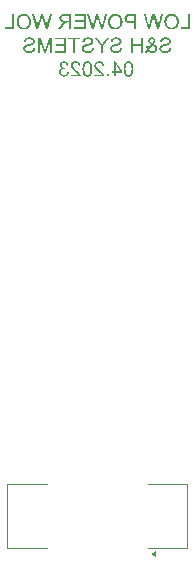
<source format=gbr>
%TF.GenerationSoftware,Altium Limited,Altium Designer,23.1.1 (15)*%
G04 Layer_Color=32896*
%FSLAX45Y45*%
%MOMM*%
%TF.SameCoordinates,70D3D16F-5039-4D94-BC45-45D6FC6AA8C1*%
%TF.FilePolarity,Positive*%
%TF.FileFunction,Legend,Bot*%
%TF.Part,Single*%
G01*
G75*
%TA.AperFunction,NonConductor*%
%ADD35C,0.10000*%
G36*
X1500000Y1030000D02*
X1450000Y1055000D01*
X1500000Y1080000D01*
Y1030000D01*
D02*
G37*
G36*
X721300Y5230502D02*
X723935Y5230224D01*
X726431Y5229808D01*
X728927Y5229253D01*
X731146Y5228560D01*
X733227Y5227867D01*
X735168Y5227035D01*
X736832Y5226341D01*
X738497Y5225509D01*
X739883Y5224677D01*
X740993Y5223983D01*
X742102Y5223290D01*
X742796Y5222735D01*
X743489Y5222319D01*
X743767Y5222042D01*
X743905Y5221903D01*
X745708Y5220239D01*
X747372Y5218297D01*
X748898Y5216356D01*
X750285Y5214414D01*
X751533Y5212334D01*
X752504Y5210392D01*
X754307Y5206371D01*
X755000Y5204568D01*
X755555Y5202903D01*
X755971Y5201378D01*
X756387Y5200130D01*
X756664Y5199020D01*
X756803Y5198188D01*
X756942Y5197633D01*
Y5197495D01*
X741270Y5194721D01*
X740438Y5198743D01*
X739329Y5202210D01*
X738081Y5205261D01*
X736694Y5207619D01*
X735584Y5209560D01*
X734475Y5210808D01*
X733781Y5211641D01*
X733504Y5211918D01*
X731008Y5213860D01*
X728511Y5215246D01*
X725876Y5216356D01*
X723519Y5217049D01*
X721300Y5217465D01*
X720468Y5217604D01*
X719636D01*
X718942Y5217743D01*
X718110D01*
X714782Y5217465D01*
X711869Y5216911D01*
X709234Y5215940D01*
X707015Y5214969D01*
X705351Y5213860D01*
X704103Y5212889D01*
X703271Y5212334D01*
X702994Y5212057D01*
X701884Y5210947D01*
X701052Y5209838D01*
X699526Y5207341D01*
X698417Y5204984D01*
X697724Y5202765D01*
X697307Y5200685D01*
X697169Y5199159D01*
X697030Y5198466D01*
Y5198050D01*
Y5197772D01*
Y5197633D01*
X697169Y5195692D01*
X697446Y5193889D01*
X697724Y5192086D01*
X698278Y5190561D01*
X699665Y5187787D01*
X701052Y5185568D01*
X702577Y5183765D01*
X703964Y5182517D01*
X704519Y5182101D01*
X704796Y5181824D01*
X705074Y5181546D01*
X705212D01*
X708264Y5179743D01*
X711453Y5178495D01*
X714504Y5177524D01*
X717278Y5176970D01*
X719636Y5176554D01*
X720606Y5176415D01*
X721577D01*
X722271Y5176276D01*
X724073D01*
X724906Y5176415D01*
X725599Y5176554D01*
X725876D01*
X727541Y5162824D01*
X725183Y5163379D01*
X722964Y5163795D01*
X721161Y5164072D01*
X719497Y5164349D01*
X718249D01*
X717278Y5164488D01*
X716446D01*
X714504Y5164349D01*
X712563Y5164211D01*
X709096Y5163379D01*
X706045Y5162269D01*
X703410Y5161021D01*
X701329Y5159634D01*
X700497Y5159079D01*
X699804Y5158525D01*
X699249Y5158109D01*
X698833Y5157693D01*
X698694Y5157554D01*
X698556Y5157415D01*
X697307Y5156028D01*
X696198Y5154641D01*
X695227Y5153255D01*
X694395Y5151729D01*
X693147Y5148817D01*
X692176Y5145904D01*
X691760Y5143408D01*
X691621Y5142437D01*
X691483Y5141466D01*
X691344Y5140773D01*
Y5140080D01*
Y5139802D01*
Y5139664D01*
X691483Y5137583D01*
X691621Y5135642D01*
X692592Y5131897D01*
X693702Y5128708D01*
X695089Y5125934D01*
X695921Y5124686D01*
X696614Y5123715D01*
X697169Y5122744D01*
X697724Y5122051D01*
X698278Y5121496D01*
X698694Y5121080D01*
X698833Y5120803D01*
X698972Y5120664D01*
X700497Y5119277D01*
X702023Y5118168D01*
X703548Y5117197D01*
X705074Y5116226D01*
X708264Y5114839D01*
X711315Y5114007D01*
X713811Y5113452D01*
X715059Y5113314D01*
X715891Y5113175D01*
X716723Y5113036D01*
X717833D01*
X721161Y5113314D01*
X724351Y5114007D01*
X726986Y5114839D01*
X729343Y5115949D01*
X731285Y5117058D01*
X732672Y5117890D01*
X733088Y5118306D01*
X733504Y5118584D01*
X733643Y5118861D01*
X733781D01*
X734891Y5120109D01*
X736000Y5121357D01*
X737942Y5124270D01*
X739467Y5127459D01*
X740716Y5130649D01*
X741686Y5133561D01*
X741964Y5134810D01*
X742241Y5135919D01*
X742518Y5136890D01*
X742657Y5137583D01*
X742796Y5137999D01*
Y5138138D01*
X758467Y5136058D01*
X758051Y5133145D01*
X757496Y5130372D01*
X756664Y5127737D01*
X755832Y5125240D01*
X754861Y5122883D01*
X753752Y5120803D01*
X752642Y5118722D01*
X751533Y5117058D01*
X750423Y5115394D01*
X749453Y5114007D01*
X748482Y5112759D01*
X747650Y5111788D01*
X746818Y5110956D01*
X746263Y5110401D01*
X745986Y5110124D01*
X745847Y5109985D01*
X743767Y5108182D01*
X741409Y5106657D01*
X739190Y5105409D01*
X736832Y5104160D01*
X734475Y5103190D01*
X732117Y5102496D01*
X729898Y5101803D01*
X727679Y5101248D01*
X725599Y5100832D01*
X723796Y5100555D01*
X722132Y5100277D01*
X720606Y5100139D01*
X719497D01*
X718526Y5100000D01*
X717833D01*
X714366Y5100139D01*
X711176Y5100555D01*
X708125Y5101109D01*
X705212Y5101803D01*
X702439Y5102635D01*
X699942Y5103606D01*
X697585Y5104715D01*
X695505Y5105825D01*
X693563Y5106795D01*
X691899Y5107905D01*
X690373Y5108876D01*
X689264Y5109708D01*
X688293Y5110401D01*
X687600Y5110956D01*
X687184Y5111372D01*
X687045Y5111511D01*
X684826Y5113730D01*
X683023Y5116087D01*
X681359Y5118445D01*
X679972Y5120941D01*
X678724Y5123299D01*
X677753Y5125656D01*
X676921Y5127875D01*
X676228Y5130094D01*
X675673Y5132175D01*
X675395Y5133978D01*
X675118Y5135642D01*
X674841Y5137167D01*
Y5138277D01*
X674702Y5139248D01*
Y5139802D01*
Y5139941D01*
Y5142160D01*
X674979Y5144379D01*
X675673Y5148401D01*
X676782Y5151868D01*
X677337Y5153393D01*
X677892Y5154780D01*
X678446Y5156167D01*
X679001Y5157276D01*
X679556Y5158247D01*
X680111Y5158941D01*
X680527Y5159634D01*
X680804Y5160050D01*
X680943Y5160327D01*
X681081Y5160466D01*
X683578Y5163379D01*
X686490Y5165736D01*
X689402Y5167539D01*
X692176Y5169065D01*
X694811Y5170174D01*
X695921Y5170590D01*
X696753Y5170867D01*
X697585Y5171145D01*
X698140Y5171284D01*
X698556Y5171422D01*
X698694D01*
X695643Y5173086D01*
X693008Y5174751D01*
X690651Y5176554D01*
X688848Y5178356D01*
X687322Y5179882D01*
X686351Y5181130D01*
X685658Y5181962D01*
X685519Y5182101D01*
Y5182240D01*
X683994Y5184875D01*
X682884Y5187510D01*
X682052Y5190006D01*
X681497Y5192364D01*
X681220Y5194305D01*
X680943Y5195969D01*
Y5196524D01*
Y5196940D01*
Y5197217D01*
Y5197356D01*
X681081Y5200546D01*
X681636Y5203597D01*
X682468Y5206371D01*
X683300Y5208867D01*
X684132Y5210947D01*
X684549Y5211779D01*
X684965Y5212473D01*
X685242Y5213027D01*
X685519Y5213582D01*
X685658Y5213721D01*
Y5213860D01*
X687600Y5216633D01*
X689819Y5218991D01*
X692037Y5221071D01*
X694256Y5222874D01*
X696198Y5224261D01*
X697724Y5225232D01*
X698417Y5225648D01*
X698833Y5225925D01*
X699110Y5226064D01*
X699249D01*
X702577Y5227589D01*
X705906Y5228699D01*
X709234Y5229531D01*
X712147Y5230086D01*
X714782Y5230363D01*
X715752Y5230502D01*
X716723Y5230640D01*
X718526D01*
X721300Y5230502D01*
D02*
G37*
G36*
X1017806D02*
X1020996Y5230224D01*
X1023908Y5229808D01*
X1026682Y5229115D01*
X1029317Y5228421D01*
X1031675Y5227589D01*
X1033894Y5226757D01*
X1035835Y5225925D01*
X1037638Y5224954D01*
X1039164Y5224122D01*
X1040550Y5223290D01*
X1041660Y5222597D01*
X1042492Y5221903D01*
X1043047Y5221487D01*
X1043463Y5221210D01*
X1043601Y5221071D01*
X1045543Y5219268D01*
X1047207Y5217188D01*
X1048733Y5215108D01*
X1050120Y5212750D01*
X1051229Y5210531D01*
X1052339Y5208312D01*
X1053171Y5205955D01*
X1053864Y5203874D01*
X1054557Y5201794D01*
X1054974Y5199852D01*
X1055390Y5198050D01*
X1055667Y5196524D01*
X1055806Y5195276D01*
X1055944Y5194444D01*
X1056083Y5193889D01*
Y5193612D01*
X1039996Y5191947D01*
X1039857Y5194166D01*
X1039718Y5196247D01*
X1038886Y5199852D01*
X1037777Y5203181D01*
X1037222Y5204568D01*
X1036529Y5205816D01*
X1035974Y5206925D01*
X1035280Y5207896D01*
X1034726Y5208728D01*
X1034310Y5209422D01*
X1033755Y5209976D01*
X1033477Y5210392D01*
X1033339Y5210531D01*
X1033200Y5210670D01*
X1031813Y5211918D01*
X1030426Y5213027D01*
X1028901Y5213860D01*
X1027375Y5214692D01*
X1024324Y5215940D01*
X1021412Y5216772D01*
X1018916Y5217188D01*
X1017806Y5217465D01*
X1016835D01*
X1016003Y5217604D01*
X1012952D01*
X1011011Y5217327D01*
X1007544Y5216633D01*
X1004631Y5215524D01*
X1001996Y5214414D01*
X1000055Y5213166D01*
X999223Y5212611D01*
X998529Y5212057D01*
X997974Y5211641D01*
X997558Y5211363D01*
X997420Y5211225D01*
X997281Y5211086D01*
X996033Y5209838D01*
X995062Y5208590D01*
X994091Y5207341D01*
X993398Y5205955D01*
X992150Y5203320D01*
X991318Y5200823D01*
X990901Y5198743D01*
X990624Y5197772D01*
Y5196940D01*
X990485Y5196385D01*
Y5195831D01*
Y5195553D01*
Y5195415D01*
X990624Y5193750D01*
X990763Y5192086D01*
X991595Y5188758D01*
X992843Y5185568D01*
X994230Y5182656D01*
X995617Y5180159D01*
X996171Y5179189D01*
X996865Y5178218D01*
X997281Y5177524D01*
X997697Y5176970D01*
X997836Y5176692D01*
X997974Y5176554D01*
X999500Y5174612D01*
X1001303Y5172532D01*
X1003383Y5170313D01*
X1005602Y5168094D01*
X1010179Y5163517D01*
X1014894Y5159218D01*
X1017113Y5157138D01*
X1019332Y5155335D01*
X1021273Y5153671D01*
X1022938Y5152284D01*
X1024324Y5151036D01*
X1025295Y5150204D01*
X1025989Y5149510D01*
X1026266Y5149371D01*
X1028762Y5147291D01*
X1030981Y5145350D01*
X1033200Y5143547D01*
X1035142Y5141744D01*
X1037083Y5140080D01*
X1038747Y5138415D01*
X1040273Y5137029D01*
X1041660Y5135642D01*
X1042908Y5134394D01*
X1043879Y5133284D01*
X1044850Y5132313D01*
X1045543Y5131620D01*
X1046236Y5130926D01*
X1046652Y5130510D01*
X1046791Y5130233D01*
X1046930Y5130094D01*
X1049426Y5127043D01*
X1051506Y5123992D01*
X1053309Y5121080D01*
X1054696Y5118445D01*
X1055806Y5116226D01*
X1056222Y5115255D01*
X1056638Y5114562D01*
X1056915Y5113868D01*
X1057054Y5113452D01*
X1057192Y5113175D01*
Y5113036D01*
X1057886Y5111095D01*
X1058302Y5109153D01*
X1058718Y5107350D01*
X1058857Y5105686D01*
X1058995Y5104299D01*
Y5103190D01*
Y5102496D01*
Y5102219D01*
X974259D01*
Y5117335D01*
X1037361D01*
X1035142Y5120387D01*
X1034032Y5121773D01*
X1032923Y5123022D01*
X1031952Y5124131D01*
X1031259Y5124963D01*
X1030704Y5125518D01*
X1030565Y5125656D01*
X1029733Y5126489D01*
X1028624Y5127598D01*
X1027375Y5128708D01*
X1025989Y5129956D01*
X1023076Y5132729D01*
X1020025Y5135364D01*
X1017113Y5137861D01*
X1015865Y5138970D01*
X1014616Y5139941D01*
X1013784Y5140773D01*
X1012952Y5141328D01*
X1012536Y5141744D01*
X1012398Y5141883D01*
X1009346Y5144518D01*
X1006434Y5147014D01*
X1003799Y5149233D01*
X1001441Y5151452D01*
X999223Y5153393D01*
X997281Y5155335D01*
X995478Y5156999D01*
X993814Y5158525D01*
X992427Y5159773D01*
X991318Y5161021D01*
X990347Y5161992D01*
X989515Y5162824D01*
X988960Y5163517D01*
X988405Y5163933D01*
X988267Y5164211D01*
X988128Y5164349D01*
X985493Y5167400D01*
X983413Y5170174D01*
X981610Y5172809D01*
X980084Y5175167D01*
X978975Y5177108D01*
X978143Y5178634D01*
X977865Y5179189D01*
X977727Y5179605D01*
X977588Y5179743D01*
Y5179882D01*
X976478Y5182656D01*
X975785Y5185429D01*
X975230Y5187926D01*
X974814Y5190283D01*
X974537Y5192225D01*
X974398Y5193750D01*
Y5194305D01*
Y5194721D01*
Y5194860D01*
Y5194998D01*
X974537Y5197772D01*
X974814Y5200407D01*
X975369Y5202903D01*
X976062Y5205400D01*
X976894Y5207619D01*
X977865Y5209699D01*
X978836Y5211641D01*
X979807Y5213305D01*
X980778Y5214969D01*
X981748Y5216356D01*
X982719Y5217604D01*
X983551Y5218575D01*
X984245Y5219268D01*
X984799Y5219962D01*
X985077Y5220239D01*
X985215Y5220378D01*
X987296Y5222181D01*
X989515Y5223706D01*
X991872Y5225093D01*
X994369Y5226341D01*
X996726Y5227312D01*
X999223Y5228144D01*
X1001580Y5228837D01*
X1003938Y5229392D01*
X1006018Y5229808D01*
X1008098Y5230086D01*
X1009901Y5230363D01*
X1011427Y5230502D01*
X1012675Y5230640D01*
X1014478D01*
X1017806Y5230502D01*
D02*
G37*
G36*
X818933D02*
X822123Y5230224D01*
X825035Y5229808D01*
X827809Y5229115D01*
X830444Y5228421D01*
X832802Y5227589D01*
X835021Y5226757D01*
X836962Y5225925D01*
X838765Y5224954D01*
X840291Y5224122D01*
X841678Y5223290D01*
X842787Y5222597D01*
X843619Y5221903D01*
X844174Y5221487D01*
X844590Y5221210D01*
X844729Y5221071D01*
X846670Y5219268D01*
X848334Y5217188D01*
X849860Y5215108D01*
X851247Y5212750D01*
X852356Y5210531D01*
X853466Y5208312D01*
X854298Y5205955D01*
X854991Y5203874D01*
X855685Y5201794D01*
X856101Y5199852D01*
X856517Y5198050D01*
X856794Y5196524D01*
X856933Y5195276D01*
X857071Y5194444D01*
X857210Y5193889D01*
Y5193612D01*
X841123Y5191947D01*
X840984Y5194166D01*
X840845Y5196247D01*
X840013Y5199852D01*
X838904Y5203181D01*
X838349Y5204568D01*
X837656Y5205816D01*
X837101Y5206925D01*
X836408Y5207896D01*
X835853Y5208728D01*
X835437Y5209422D01*
X834882Y5209976D01*
X834605Y5210392D01*
X834466Y5210531D01*
X834327Y5210670D01*
X832940Y5211918D01*
X831554Y5213027D01*
X830028Y5213860D01*
X828503Y5214692D01*
X825451Y5215940D01*
X822539Y5216772D01*
X820043Y5217188D01*
X818933Y5217465D01*
X817963D01*
X817130Y5217604D01*
X814079D01*
X812138Y5217327D01*
X808671Y5216633D01*
X805758Y5215524D01*
X803123Y5214414D01*
X801182Y5213166D01*
X800350Y5212611D01*
X799656Y5212057D01*
X799102Y5211641D01*
X798685Y5211363D01*
X798547Y5211225D01*
X798408Y5211086D01*
X797160Y5209838D01*
X796189Y5208590D01*
X795218Y5207341D01*
X794525Y5205955D01*
X793277Y5203320D01*
X792445Y5200823D01*
X792029Y5198743D01*
X791751Y5197772D01*
Y5196940D01*
X791613Y5196385D01*
Y5195831D01*
Y5195553D01*
Y5195415D01*
X791751Y5193750D01*
X791890Y5192086D01*
X792722Y5188758D01*
X793970Y5185568D01*
X795357Y5182656D01*
X796744Y5180159D01*
X797299Y5179189D01*
X797992Y5178218D01*
X798408Y5177524D01*
X798824Y5176970D01*
X798963Y5176692D01*
X799102Y5176554D01*
X800627Y5174612D01*
X802430Y5172532D01*
X804510Y5170313D01*
X806729Y5168094D01*
X811306Y5163517D01*
X816021Y5159218D01*
X818240Y5157138D01*
X820459Y5155335D01*
X822400Y5153671D01*
X824065Y5152284D01*
X825451Y5151036D01*
X826422Y5150204D01*
X827116Y5149510D01*
X827393Y5149371D01*
X829889Y5147291D01*
X832108Y5145350D01*
X834327Y5143547D01*
X836269Y5141744D01*
X838210Y5140080D01*
X839875Y5138415D01*
X841400Y5137029D01*
X842787Y5135642D01*
X844035Y5134394D01*
X845006Y5133284D01*
X845977Y5132313D01*
X846670Y5131620D01*
X847364Y5130926D01*
X847780Y5130510D01*
X847918Y5130233D01*
X848057Y5130094D01*
X850553Y5127043D01*
X852634Y5123992D01*
X854436Y5121080D01*
X855823Y5118445D01*
X856933Y5116226D01*
X857349Y5115255D01*
X857765Y5114562D01*
X858042Y5113868D01*
X858181Y5113452D01*
X858320Y5113175D01*
Y5113036D01*
X859013Y5111095D01*
X859429Y5109153D01*
X859845Y5107350D01*
X859984Y5105686D01*
X860122Y5104299D01*
Y5103190D01*
Y5102496D01*
Y5102219D01*
X775387D01*
Y5117335D01*
X838488D01*
X836269Y5120387D01*
X835159Y5121773D01*
X834050Y5123022D01*
X833079Y5124131D01*
X832386Y5124963D01*
X831831Y5125518D01*
X831692Y5125656D01*
X830860Y5126489D01*
X829751Y5127598D01*
X828503Y5128708D01*
X827116Y5129956D01*
X824203Y5132729D01*
X821152Y5135364D01*
X818240Y5137861D01*
X816992Y5138970D01*
X815744Y5139941D01*
X814912Y5140773D01*
X814079Y5141328D01*
X813663Y5141744D01*
X813525Y5141883D01*
X810474Y5144518D01*
X807561Y5147014D01*
X804926Y5149233D01*
X802569Y5151452D01*
X800350Y5153393D01*
X798408Y5155335D01*
X796605Y5156999D01*
X794941Y5158525D01*
X793554Y5159773D01*
X792445Y5161021D01*
X791474Y5161992D01*
X790642Y5162824D01*
X790087Y5163517D01*
X789532Y5163933D01*
X789394Y5164211D01*
X789255Y5164349D01*
X786620Y5167400D01*
X784540Y5170174D01*
X782737Y5172809D01*
X781211Y5175167D01*
X780102Y5177108D01*
X779270Y5178634D01*
X778992Y5179189D01*
X778854Y5179605D01*
X778715Y5179743D01*
Y5179882D01*
X777606Y5182656D01*
X776912Y5185429D01*
X776357Y5187926D01*
X775941Y5190283D01*
X775664Y5192225D01*
X775525Y5193750D01*
Y5194305D01*
Y5194721D01*
Y5194860D01*
Y5194998D01*
X775664Y5197772D01*
X775941Y5200407D01*
X776496Y5202903D01*
X777189Y5205400D01*
X778022Y5207619D01*
X778992Y5209699D01*
X779963Y5211641D01*
X780934Y5213305D01*
X781905Y5214969D01*
X782875Y5216356D01*
X783846Y5217604D01*
X784678Y5218575D01*
X785372Y5219268D01*
X785927Y5219962D01*
X786204Y5220239D01*
X786343Y5220378D01*
X788423Y5222181D01*
X790642Y5223706D01*
X792999Y5225093D01*
X795496Y5226341D01*
X797853Y5227312D01*
X800350Y5228144D01*
X802707Y5228837D01*
X805065Y5229392D01*
X807145Y5229808D01*
X809225Y5230086D01*
X811028Y5230363D01*
X812554Y5230502D01*
X813802Y5230640D01*
X815605D01*
X818933Y5230502D01*
D02*
G37*
G36*
X1211270Y5147291D02*
Y5132868D01*
X1155519D01*
Y5102219D01*
X1139848D01*
Y5132868D01*
X1122513D01*
Y5147291D01*
X1139848D01*
Y5230224D01*
X1152746D01*
X1211270Y5147291D01*
D02*
G37*
G36*
X1097688Y5102219D02*
X1079798D01*
Y5120109D01*
X1097688D01*
Y5102219D01*
D02*
G37*
G36*
X1266189Y5230502D02*
X1268686Y5230363D01*
X1271043Y5229947D01*
X1273262Y5229531D01*
X1275204Y5228976D01*
X1277145Y5228283D01*
X1278948Y5227589D01*
X1280474Y5226896D01*
X1281999Y5226202D01*
X1283247Y5225509D01*
X1284357Y5224954D01*
X1285189Y5224261D01*
X1285882Y5223845D01*
X1286437Y5223429D01*
X1286714Y5223290D01*
X1286853Y5223151D01*
X1288517Y5221626D01*
X1290043Y5220100D01*
X1292817Y5216633D01*
X1295313Y5213166D01*
X1297254Y5209699D01*
X1298087Y5208035D01*
X1298780Y5206648D01*
X1299335Y5205261D01*
X1299889Y5204152D01*
X1300167Y5203181D01*
X1300444Y5202349D01*
X1300722Y5201933D01*
Y5201794D01*
X1301554Y5199159D01*
X1302247Y5196247D01*
X1303357Y5190283D01*
X1304189Y5184181D01*
X1304466Y5181269D01*
X1304743Y5178356D01*
X1304882Y5175721D01*
X1305021Y5173225D01*
X1305159Y5171006D01*
Y5169065D01*
X1305298Y5167539D01*
Y5166291D01*
Y5165597D01*
Y5165320D01*
X1305159Y5158802D01*
X1304743Y5152700D01*
X1304189Y5147153D01*
X1303357Y5142021D01*
X1302386Y5137306D01*
X1301276Y5133007D01*
X1300167Y5129262D01*
X1298919Y5125795D01*
X1297809Y5122883D01*
X1296700Y5120248D01*
X1295590Y5118168D01*
X1294619Y5116365D01*
X1293787Y5114978D01*
X1293233Y5114007D01*
X1292817Y5113452D01*
X1292678Y5113314D01*
X1290598Y5110956D01*
X1288379Y5109014D01*
X1286021Y5107212D01*
X1283663Y5105686D01*
X1281306Y5104438D01*
X1278809Y5103328D01*
X1276452Y5102496D01*
X1274233Y5101803D01*
X1272014Y5101248D01*
X1270072Y5100832D01*
X1268269Y5100555D01*
X1266744Y5100416D01*
X1265496Y5100277D01*
X1264525Y5100139D01*
X1263693D01*
X1261058Y5100277D01*
X1258700Y5100416D01*
X1256343Y5100832D01*
X1254124Y5101248D01*
X1252043Y5101942D01*
X1250241Y5102496D01*
X1248438Y5103190D01*
X1246912Y5103883D01*
X1245387Y5104577D01*
X1244138Y5105270D01*
X1243029Y5105963D01*
X1242197Y5106518D01*
X1241503Y5106934D01*
X1240949Y5107350D01*
X1240671Y5107489D01*
X1240533Y5107628D01*
X1238868Y5109153D01*
X1237204Y5110679D01*
X1234431Y5114146D01*
X1232073Y5117613D01*
X1230131Y5121080D01*
X1229299Y5122744D01*
X1228606Y5124270D01*
X1228051Y5125518D01*
X1227496Y5126766D01*
X1227080Y5127598D01*
X1226942Y5128430D01*
X1226664Y5128846D01*
Y5128985D01*
X1225832Y5131620D01*
X1225139Y5134532D01*
X1223891Y5140496D01*
X1223059Y5146598D01*
X1222781Y5149510D01*
X1222504Y5152423D01*
X1222365Y5155058D01*
X1222226Y5157554D01*
X1222088Y5159634D01*
X1221949Y5161576D01*
Y5163101D01*
Y5164349D01*
Y5165043D01*
Y5165320D01*
Y5168787D01*
X1222088Y5172116D01*
X1222226Y5175167D01*
X1222365Y5178079D01*
X1222642Y5180714D01*
X1222920Y5183210D01*
X1223197Y5185429D01*
X1223336Y5187510D01*
X1223613Y5189312D01*
X1223891Y5190838D01*
X1224168Y5192225D01*
X1224445Y5193334D01*
X1224584Y5194305D01*
X1224723Y5194860D01*
X1224861Y5195276D01*
Y5195415D01*
X1225971Y5199436D01*
X1227358Y5203181D01*
X1228606Y5206371D01*
X1229854Y5209144D01*
X1230547Y5210254D01*
X1230964Y5211363D01*
X1231518Y5212334D01*
X1231934Y5213027D01*
X1232350Y5213582D01*
X1232489Y5213998D01*
X1232766Y5214276D01*
Y5214414D01*
X1234708Y5217188D01*
X1236927Y5219684D01*
X1239007Y5221765D01*
X1241087Y5223429D01*
X1242890Y5224816D01*
X1244277Y5225648D01*
X1244832Y5226064D01*
X1245248Y5226341D01*
X1245525Y5226480D01*
X1245664D01*
X1248715Y5227867D01*
X1251766Y5228837D01*
X1254817Y5229669D01*
X1257591Y5230086D01*
X1260087Y5230363D01*
X1261058Y5230502D01*
X1262029Y5230640D01*
X1263693D01*
X1266189Y5230502D01*
D02*
G37*
G36*
X918231D02*
X920727Y5230363D01*
X923085Y5229947D01*
X925304Y5229531D01*
X927246Y5228976D01*
X929187Y5228283D01*
X930990Y5227589D01*
X932516Y5226896D01*
X934041Y5226202D01*
X935289Y5225509D01*
X936399Y5224954D01*
X937231Y5224261D01*
X937924Y5223845D01*
X938479Y5223429D01*
X938756Y5223290D01*
X938895Y5223151D01*
X940559Y5221626D01*
X942085Y5220100D01*
X944858Y5216633D01*
X947355Y5213166D01*
X949296Y5209699D01*
X950128Y5208035D01*
X950822Y5206648D01*
X951377Y5205261D01*
X951931Y5204152D01*
X952209Y5203181D01*
X952486Y5202349D01*
X952763Y5201933D01*
Y5201794D01*
X953596Y5199159D01*
X954289Y5196247D01*
X955398Y5190283D01*
X956230Y5184181D01*
X956508Y5181269D01*
X956785Y5178356D01*
X956924Y5175721D01*
X957063Y5173225D01*
X957201Y5171006D01*
Y5169065D01*
X957340Y5167539D01*
Y5166291D01*
Y5165597D01*
Y5165320D01*
X957201Y5158802D01*
X956785Y5152700D01*
X956230Y5147153D01*
X955398Y5142021D01*
X954428Y5137306D01*
X953318Y5133007D01*
X952209Y5129262D01*
X950961Y5125795D01*
X949851Y5122883D01*
X948742Y5120248D01*
X947632Y5118168D01*
X946661Y5116365D01*
X945829Y5114978D01*
X945274Y5114007D01*
X944858Y5113452D01*
X944720Y5113314D01*
X942639Y5110956D01*
X940421Y5109014D01*
X938063Y5107212D01*
X935705Y5105686D01*
X933348Y5104438D01*
X930851Y5103328D01*
X928494Y5102496D01*
X926275Y5101803D01*
X924056Y5101248D01*
X922114Y5100832D01*
X920311Y5100555D01*
X918786Y5100416D01*
X917538Y5100277D01*
X916567Y5100139D01*
X915735D01*
X913100Y5100277D01*
X910742Y5100416D01*
X908385Y5100832D01*
X906166Y5101248D01*
X904085Y5101942D01*
X902282Y5102496D01*
X900480Y5103190D01*
X898954Y5103883D01*
X897428Y5104577D01*
X896180Y5105270D01*
X895071Y5105963D01*
X894239Y5106518D01*
X893545Y5106934D01*
X892991Y5107350D01*
X892713Y5107489D01*
X892575Y5107628D01*
X890910Y5109153D01*
X889246Y5110679D01*
X886472Y5114146D01*
X884115Y5117613D01*
X882173Y5121080D01*
X881341Y5122744D01*
X880648Y5124270D01*
X880093Y5125518D01*
X879538Y5126766D01*
X879122Y5127598D01*
X878984Y5128430D01*
X878706Y5128846D01*
Y5128985D01*
X877874Y5131620D01*
X877181Y5134532D01*
X875932Y5140496D01*
X875100Y5146598D01*
X874823Y5149510D01*
X874546Y5152423D01*
X874407Y5155058D01*
X874268Y5157554D01*
X874130Y5159634D01*
X873991Y5161576D01*
Y5163101D01*
Y5164349D01*
Y5165043D01*
Y5165320D01*
Y5168787D01*
X874130Y5172116D01*
X874268Y5175167D01*
X874407Y5178079D01*
X874684Y5180714D01*
X874962Y5183210D01*
X875239Y5185429D01*
X875378Y5187510D01*
X875655Y5189312D01*
X875932Y5190838D01*
X876210Y5192225D01*
X876487Y5193334D01*
X876626Y5194305D01*
X876765Y5194860D01*
X876903Y5195276D01*
Y5195415D01*
X878013Y5199436D01*
X879400Y5203181D01*
X880648Y5206371D01*
X881896Y5209144D01*
X882589Y5210254D01*
X883005Y5211363D01*
X883560Y5212334D01*
X883976Y5213027D01*
X884392Y5213582D01*
X884531Y5213998D01*
X884808Y5214276D01*
Y5214414D01*
X886750Y5217188D01*
X888969Y5219684D01*
X891049Y5221765D01*
X893129Y5223429D01*
X894932Y5224816D01*
X896319Y5225648D01*
X896874Y5226064D01*
X897290Y5226341D01*
X897567Y5226480D01*
X897706D01*
X900757Y5227867D01*
X903808Y5228837D01*
X906859Y5229669D01*
X909633Y5230086D01*
X912129Y5230363D01*
X913100Y5230502D01*
X914071Y5230640D01*
X915735D01*
X918231Y5230502D01*
D02*
G37*
G36*
X1382352Y5302912D02*
X1365432D01*
Y5363240D01*
X1299003D01*
Y5302912D01*
X1282083D01*
Y5430918D01*
X1299003D01*
Y5378357D01*
X1365432D01*
Y5430918D01*
X1382352D01*
Y5302912D01*
D02*
G37*
G36*
X1048955Y5356999D02*
Y5302912D01*
X1032036D01*
Y5356999D01*
X981000Y5430918D01*
X1000693D01*
X1025518Y5393196D01*
X1028430Y5388619D01*
X1031204Y5384320D01*
X1033562Y5380575D01*
X1034671Y5378773D01*
X1035642Y5377247D01*
X1036474Y5375860D01*
X1037306Y5374473D01*
X1037861Y5373364D01*
X1038415Y5372532D01*
X1038970Y5371700D01*
X1039248Y5371145D01*
X1039386Y5370868D01*
X1039525Y5370729D01*
X1041744Y5374751D01*
X1044102Y5378634D01*
X1046320Y5382240D01*
X1048262Y5385429D01*
X1049233Y5386955D01*
X1050065Y5388203D01*
X1050758Y5389451D01*
X1051313Y5390422D01*
X1051868Y5391115D01*
X1052284Y5391809D01*
X1052423Y5392086D01*
X1052561Y5392225D01*
X1077802Y5430918D01*
X1098327D01*
X1048955Y5356999D01*
D02*
G37*
G36*
X1463205Y5432859D02*
X1465562Y5432582D01*
X1467920Y5432166D01*
X1470000Y5431611D01*
X1472080Y5431056D01*
X1473883Y5430224D01*
X1475686Y5429531D01*
X1477212Y5428699D01*
X1478599Y5427867D01*
X1479847Y5427173D01*
X1480956Y5426341D01*
X1481788Y5425786D01*
X1482482Y5425232D01*
X1483036Y5424816D01*
X1483314Y5424538D01*
X1483452Y5424400D01*
X1484978Y5422735D01*
X1486365Y5421071D01*
X1487613Y5419407D01*
X1488722Y5417743D01*
X1489555Y5416079D01*
X1490248Y5414414D01*
X1491357Y5411225D01*
X1491773Y5409838D01*
X1492051Y5408590D01*
X1492190Y5407341D01*
X1492328Y5406371D01*
X1492467Y5405539D01*
Y5404984D01*
Y5404568D01*
Y5404429D01*
X1492328Y5402210D01*
X1492051Y5400130D01*
X1491496Y5398050D01*
X1490941Y5396247D01*
X1490525Y5394583D01*
X1489971Y5393473D01*
X1489693Y5392641D01*
X1489555Y5392502D01*
Y5392364D01*
X1488168Y5389867D01*
X1486504Y5387232D01*
X1484562Y5384597D01*
X1482620Y5382101D01*
X1480817Y5379743D01*
X1479985Y5378773D01*
X1479292Y5377940D01*
X1478737Y5377247D01*
X1478321Y5376692D01*
X1478044Y5376415D01*
X1477905Y5376276D01*
X1480679Y5374889D01*
X1483314Y5373503D01*
X1485671Y5372116D01*
X1487890Y5370590D01*
X1489971Y5369203D01*
X1491912Y5367817D01*
X1493576Y5366430D01*
X1495102Y5365182D01*
X1496350Y5363933D01*
X1497598Y5362963D01*
X1498569Y5361992D01*
X1499401Y5361160D01*
X1499956Y5360466D01*
X1500372Y5359912D01*
X1500649Y5359634D01*
X1500788Y5359496D01*
X1502175Y5357693D01*
X1503284Y5355890D01*
X1504255Y5354087D01*
X1505226Y5352145D01*
X1506613Y5348539D01*
X1507445Y5345350D01*
X1507722Y5343824D01*
X1508000Y5342437D01*
X1508138Y5341189D01*
X1508277Y5340218D01*
X1508416Y5339248D01*
Y5338693D01*
Y5338277D01*
Y5338138D01*
X1508277Y5335642D01*
X1508000Y5333284D01*
X1507583Y5330927D01*
X1506890Y5328708D01*
X1505503Y5324686D01*
X1504671Y5322744D01*
X1503700Y5321080D01*
X1502868Y5319555D01*
X1502036Y5318168D01*
X1501343Y5316920D01*
X1500511Y5315949D01*
X1499956Y5315117D01*
X1499540Y5314562D01*
X1499262Y5314146D01*
X1499124Y5314007D01*
X1496905Y5311650D01*
X1494408Y5309708D01*
X1491912Y5307905D01*
X1489416Y5306380D01*
X1486781Y5305131D01*
X1484146Y5304022D01*
X1481650Y5303190D01*
X1479153Y5302496D01*
X1476934Y5301942D01*
X1474715Y5301526D01*
X1472774Y5301248D01*
X1471110Y5301110D01*
X1469861Y5300971D01*
X1468752Y5300832D01*
X1467920D01*
X1464037Y5300971D01*
X1460292Y5301526D01*
X1456964Y5302219D01*
X1454051Y5302912D01*
X1452665Y5303328D01*
X1451555Y5303745D01*
X1450584Y5304022D01*
X1449614Y5304299D01*
X1449059Y5304577D01*
X1448504Y5304854D01*
X1448227Y5304993D01*
X1448088D01*
X1444760Y5306796D01*
X1441570Y5308876D01*
X1438658Y5310956D01*
X1436161Y5313036D01*
X1434081Y5314978D01*
X1433249Y5315810D01*
X1432555Y5316503D01*
X1432001Y5317058D01*
X1431585Y5317474D01*
X1431307Y5317752D01*
X1431169Y5317890D01*
X1429227Y5315671D01*
X1427424Y5313730D01*
X1425621Y5311788D01*
X1423818Y5310124D01*
X1422154Y5308460D01*
X1420490Y5306934D01*
X1418964Y5305686D01*
X1417578Y5304438D01*
X1416191Y5303467D01*
X1415081Y5302496D01*
X1413972Y5301803D01*
X1413140Y5301110D01*
X1412446Y5300693D01*
X1411892Y5300277D01*
X1411614Y5300139D01*
X1411475Y5300000D01*
X1400935Y5312482D01*
X1404957Y5315533D01*
X1408840Y5318861D01*
X1412169Y5322190D01*
X1415220Y5325241D01*
X1416468Y5326766D01*
X1417578Y5328014D01*
X1418687Y5329262D01*
X1419519Y5330233D01*
X1420213Y5331065D01*
X1420629Y5331620D01*
X1420906Y5332036D01*
X1421045Y5332175D01*
X1419658Y5334255D01*
X1418410Y5336474D01*
X1416191Y5340912D01*
X1414249Y5345627D01*
X1412585Y5349926D01*
X1411892Y5351868D01*
X1411337Y5353809D01*
X1410782Y5355474D01*
X1410366Y5356861D01*
X1409950Y5357970D01*
X1409673Y5358941D01*
X1409534Y5359496D01*
Y5359634D01*
X1425899Y5363101D01*
X1426731Y5359496D01*
X1427840Y5356028D01*
X1428811Y5352977D01*
X1429782Y5350342D01*
X1430614Y5348262D01*
X1431030Y5347291D01*
X1431307Y5346598D01*
X1431585Y5346043D01*
X1431862Y5345627D01*
X1432001Y5345350D01*
Y5345211D01*
X1455161Y5374335D01*
X1452942Y5375583D01*
X1450862Y5376831D01*
X1447117Y5379466D01*
X1443789Y5382101D01*
X1441015Y5384736D01*
X1438658Y5387371D01*
X1436716Y5390006D01*
X1435052Y5392502D01*
X1433804Y5394860D01*
X1432833Y5397079D01*
X1432001Y5399159D01*
X1431446Y5400962D01*
X1431169Y5402488D01*
X1430891Y5403736D01*
X1430753Y5404706D01*
Y5405400D01*
Y5405539D01*
X1430891Y5407619D01*
X1431169Y5409699D01*
X1431585Y5411502D01*
X1432001Y5413444D01*
X1433388Y5416633D01*
X1434913Y5419546D01*
X1435745Y5420794D01*
X1436577Y5421765D01*
X1437271Y5422735D01*
X1437825Y5423568D01*
X1438380Y5424122D01*
X1438796Y5424538D01*
X1439074Y5424816D01*
X1439212Y5424954D01*
X1440876Y5426341D01*
X1442541Y5427589D01*
X1444344Y5428699D01*
X1446008Y5429670D01*
X1447949Y5430363D01*
X1449614Y5431056D01*
X1453081Y5432027D01*
X1454606Y5432305D01*
X1456132Y5432582D01*
X1457380Y5432721D01*
X1458489Y5432859D01*
X1459460Y5432998D01*
X1460708D01*
X1463205Y5432859D01*
D02*
G37*
G36*
X618619Y5302912D02*
X602254D01*
Y5411918D01*
X565364Y5302912D01*
X550109D01*
X512664Y5410115D01*
Y5302912D01*
X496300D01*
Y5430918D01*
X519183D01*
X549970Y5341883D01*
X550803Y5339386D01*
X551635Y5337167D01*
X552328Y5334948D01*
X553021Y5333007D01*
X553576Y5331065D01*
X554131Y5329401D01*
X554686Y5327876D01*
X555102Y5326489D01*
X555518Y5325379D01*
X555795Y5324270D01*
X556073Y5323438D01*
X556350Y5322606D01*
X556489Y5322051D01*
X556627Y5321635D01*
X556766Y5321496D01*
Y5321357D01*
X557182Y5322606D01*
X557598Y5323992D01*
X558569Y5326905D01*
X559540Y5330094D01*
X560510Y5333146D01*
X561481Y5335919D01*
X561897Y5337167D01*
X562175Y5338138D01*
X562452Y5338970D01*
X562729Y5339664D01*
X562868Y5340080D01*
Y5340218D01*
X593240Y5430918D01*
X618619D01*
Y5302912D01*
D02*
G37*
G36*
X856046Y5415801D02*
X813886D01*
Y5302912D01*
X796967D01*
Y5415801D01*
X754807D01*
Y5430918D01*
X856046D01*
Y5415801D01*
D02*
G37*
G36*
X736916Y5302912D02*
X641363D01*
Y5318029D01*
X719997D01*
Y5361576D01*
X649130D01*
Y5376692D01*
X719997D01*
Y5415801D01*
X644276D01*
Y5430918D01*
X736916D01*
Y5302912D01*
D02*
G37*
G36*
X1582057Y5432998D02*
X1586495Y5432443D01*
X1590378Y5431750D01*
X1592181Y5431334D01*
X1593845Y5430918D01*
X1595370Y5430502D01*
X1596757Y5430086D01*
X1598005Y5429670D01*
X1598976Y5429392D01*
X1599670Y5429115D01*
X1600363Y5428838D01*
X1600640Y5428699D01*
X1600779D01*
X1604524Y5426896D01*
X1607713Y5424816D01*
X1610487Y5422735D01*
X1612706Y5420655D01*
X1614509Y5418714D01*
X1615896Y5417188D01*
X1616312Y5416633D01*
X1616589Y5416217D01*
X1616866Y5415940D01*
Y5415801D01*
X1618669Y5412611D01*
X1620056Y5409422D01*
X1620888Y5406509D01*
X1621582Y5403736D01*
X1621998Y5401239D01*
X1622136Y5400269D01*
Y5399436D01*
X1622275Y5398743D01*
Y5398188D01*
Y5397911D01*
Y5397772D01*
X1622136Y5394583D01*
X1621582Y5391532D01*
X1620888Y5388758D01*
X1620056Y5386400D01*
X1619224Y5384459D01*
X1618531Y5382933D01*
X1618253Y5382378D01*
X1617976Y5381962D01*
X1617837Y5381824D01*
Y5381685D01*
X1616034Y5379189D01*
X1613815Y5376831D01*
X1611596Y5374889D01*
X1609239Y5373087D01*
X1607297Y5371700D01*
X1605633Y5370729D01*
X1604940Y5370452D01*
X1604524Y5370174D01*
X1604246Y5369897D01*
X1604108D01*
X1602721Y5369203D01*
X1601056Y5368510D01*
X1599254Y5367817D01*
X1597312Y5367123D01*
X1593290Y5365736D01*
X1589130Y5364488D01*
X1587188Y5363933D01*
X1585524Y5363379D01*
X1583860Y5362963D01*
X1582334Y5362547D01*
X1581225Y5362269D01*
X1580254Y5361992D01*
X1579699Y5361853D01*
X1579560D01*
X1576371Y5361160D01*
X1573458Y5360328D01*
X1570962Y5359773D01*
X1568604Y5359079D01*
X1566524Y5358525D01*
X1564583Y5358109D01*
X1563057Y5357554D01*
X1561532Y5357138D01*
X1560422Y5356861D01*
X1559313Y5356444D01*
X1558480Y5356167D01*
X1557926Y5356028D01*
X1557371Y5355890D01*
X1557094Y5355751D01*
X1556816Y5355612D01*
X1554043Y5354364D01*
X1551685Y5353116D01*
X1549605Y5351868D01*
X1548079Y5350758D01*
X1546831Y5349649D01*
X1545999Y5348817D01*
X1545444Y5348262D01*
X1545306Y5348123D01*
X1544057Y5346459D01*
X1543225Y5344656D01*
X1542532Y5342853D01*
X1542116Y5341189D01*
X1541838Y5339802D01*
X1541700Y5338554D01*
Y5337861D01*
Y5337722D01*
Y5337583D01*
X1541838Y5335503D01*
X1542254Y5333423D01*
X1542948Y5331620D01*
X1543503Y5329956D01*
X1544196Y5328569D01*
X1544889Y5327459D01*
X1545306Y5326905D01*
X1545444Y5326627D01*
X1546970Y5324825D01*
X1548634Y5323299D01*
X1550576Y5321912D01*
X1552378Y5320803D01*
X1554043Y5319971D01*
X1555291Y5319277D01*
X1555846Y5319000D01*
X1556262Y5318861D01*
X1556400Y5318722D01*
X1556539D01*
X1559313Y5317752D01*
X1562225Y5317058D01*
X1565137Y5316642D01*
X1567772Y5316365D01*
X1569991Y5316087D01*
X1570962D01*
X1571794Y5315949D01*
X1573458D01*
X1577480Y5316087D01*
X1581086Y5316503D01*
X1584553Y5317197D01*
X1587465Y5317890D01*
X1588714Y5318168D01*
X1589823Y5318445D01*
X1590794Y5318861D01*
X1591626Y5319138D01*
X1592319Y5319416D01*
X1592735Y5319555D01*
X1593013Y5319693D01*
X1593151D01*
X1596203Y5321219D01*
X1598838Y5322883D01*
X1601056Y5324408D01*
X1602859Y5326073D01*
X1604246Y5327459D01*
X1605217Y5328569D01*
X1605910Y5329262D01*
X1606049Y5329540D01*
X1607436Y5332036D01*
X1608545Y5334671D01*
X1609378Y5337306D01*
X1610071Y5339802D01*
X1610626Y5342160D01*
X1610764Y5342992D01*
X1610903Y5343824D01*
X1611042Y5344518D01*
X1611180Y5345072D01*
Y5345350D01*
Y5345488D01*
X1627129Y5344102D01*
X1626990Y5341744D01*
X1626713Y5339386D01*
X1625881Y5335087D01*
X1624771Y5331065D01*
X1624217Y5329262D01*
X1623523Y5327737D01*
X1622969Y5326211D01*
X1622275Y5324825D01*
X1621720Y5323715D01*
X1621166Y5322744D01*
X1620750Y5321912D01*
X1620472Y5321357D01*
X1620334Y5321080D01*
X1620195Y5320941D01*
X1617560Y5317336D01*
X1614509Y5314285D01*
X1611458Y5311650D01*
X1608545Y5309569D01*
X1605910Y5307905D01*
X1604801Y5307350D01*
X1603830Y5306796D01*
X1602998Y5306380D01*
X1602443Y5306102D01*
X1602027Y5305825D01*
X1601889D01*
X1597173Y5304161D01*
X1592319Y5302912D01*
X1587465Y5302080D01*
X1582889Y5301526D01*
X1580670Y5301248D01*
X1578728Y5301110D01*
X1577064Y5300971D01*
X1575539D01*
X1574290Y5300832D01*
X1572626D01*
X1567634Y5301110D01*
X1563057Y5301664D01*
X1558897Y5302358D01*
X1556955Y5302912D01*
X1555291Y5303328D01*
X1553627Y5303745D01*
X1552240Y5304299D01*
X1550992Y5304715D01*
X1550021Y5304993D01*
X1549189Y5305409D01*
X1548634Y5305547D01*
X1548218Y5305825D01*
X1548079D01*
X1544196Y5307905D01*
X1540868Y5310124D01*
X1537955Y5312482D01*
X1535598Y5314701D01*
X1533656Y5316781D01*
X1532408Y5318306D01*
X1531853Y5319000D01*
X1531576Y5319416D01*
X1531298Y5319693D01*
Y5319832D01*
X1530189Y5321496D01*
X1529357Y5323299D01*
X1527831Y5326627D01*
X1526722Y5329817D01*
X1526028Y5332729D01*
X1525612Y5335364D01*
X1525474Y5336335D01*
Y5337306D01*
X1525335Y5337999D01*
Y5338554D01*
Y5338832D01*
Y5338970D01*
X1525612Y5342715D01*
X1526167Y5346182D01*
X1526999Y5349233D01*
X1527970Y5351868D01*
X1529079Y5354087D01*
X1529496Y5355058D01*
X1529912Y5355751D01*
X1530189Y5356306D01*
X1530466Y5356722D01*
X1530744Y5356999D01*
Y5357138D01*
X1531853Y5358525D01*
X1532963Y5359912D01*
X1535598Y5362547D01*
X1538233Y5364765D01*
X1541006Y5366568D01*
X1543364Y5368094D01*
X1544473Y5368787D01*
X1545444Y5369203D01*
X1546138Y5369619D01*
X1546692Y5369897D01*
X1547108Y5370174D01*
X1547247D01*
X1548773Y5370868D01*
X1550714Y5371561D01*
X1552656Y5372254D01*
X1554875Y5372948D01*
X1559590Y5374196D01*
X1564305Y5375444D01*
X1566524Y5376138D01*
X1568604Y5376554D01*
X1570546Y5377108D01*
X1572210Y5377386D01*
X1573597Y5377802D01*
X1574568Y5378079D01*
X1575261Y5378218D01*
X1575539D01*
X1579283Y5379050D01*
X1582612Y5380021D01*
X1585524Y5380853D01*
X1588298Y5381685D01*
X1590655Y5382517D01*
X1592735Y5383210D01*
X1594538Y5383904D01*
X1596064Y5384597D01*
X1597312Y5385291D01*
X1598421Y5385845D01*
X1599254Y5386262D01*
X1599947Y5386678D01*
X1600502Y5387094D01*
X1600779Y5387371D01*
X1601056Y5387510D01*
X1602721Y5389313D01*
X1603830Y5391115D01*
X1604662Y5393057D01*
X1605356Y5394860D01*
X1605633Y5396385D01*
X1605772Y5397634D01*
X1605910Y5398466D01*
Y5398604D01*
Y5398743D01*
X1605772Y5400269D01*
X1605633Y5401655D01*
X1604801Y5404152D01*
X1603691Y5406509D01*
X1602443Y5408451D01*
X1601195Y5410115D01*
X1600086Y5411363D01*
X1599254Y5412057D01*
X1599115Y5412334D01*
X1598976D01*
X1597589Y5413305D01*
X1595925Y5414276D01*
X1592458Y5415663D01*
X1588852Y5416633D01*
X1585108Y5417327D01*
X1583444Y5417604D01*
X1581779Y5417743D01*
X1580393Y5417881D01*
X1579144D01*
X1578035Y5418020D01*
X1574013D01*
X1571517Y5417743D01*
X1569159Y5417465D01*
X1566940Y5417049D01*
X1564999Y5416633D01*
X1563196Y5416079D01*
X1561532Y5415524D01*
X1560006Y5414969D01*
X1558758Y5414276D01*
X1557648Y5413721D01*
X1556678Y5413166D01*
X1555846Y5412750D01*
X1555291Y5412334D01*
X1554736Y5412057D01*
X1554597Y5411918D01*
X1554459Y5411779D01*
X1553072Y5410531D01*
X1551824Y5409283D01*
X1549882Y5406371D01*
X1548218Y5403320D01*
X1547108Y5400407D01*
X1546276Y5397772D01*
X1545999Y5396663D01*
X1545722Y5395553D01*
X1545583Y5394721D01*
Y5394167D01*
X1545444Y5393750D01*
Y5393612D01*
X1529218Y5394860D01*
X1529634Y5399020D01*
X1530466Y5402765D01*
X1531437Y5406232D01*
X1532547Y5409144D01*
X1533240Y5410393D01*
X1533656Y5411641D01*
X1534211Y5412611D01*
X1534627Y5413444D01*
X1535043Y5414137D01*
X1535320Y5414553D01*
X1535459Y5414830D01*
X1535598Y5414969D01*
X1537955Y5418159D01*
X1540590Y5420794D01*
X1543364Y5423151D01*
X1546138Y5425093D01*
X1548495Y5426480D01*
X1549605Y5427035D01*
X1550437Y5427589D01*
X1551130Y5428005D01*
X1551824Y5428144D01*
X1552101Y5428421D01*
X1552240D01*
X1556400Y5429947D01*
X1560699Y5431195D01*
X1564999Y5432027D01*
X1568882Y5432582D01*
X1570685Y5432721D01*
X1572210Y5432859D01*
X1573736Y5432998D01*
X1574984Y5433137D01*
X1577342D01*
X1582057Y5432998D01*
D02*
G37*
G36*
X1164757D02*
X1169195Y5432443D01*
X1173078Y5431750D01*
X1174881Y5431334D01*
X1176545Y5430918D01*
X1178070Y5430502D01*
X1179457Y5430086D01*
X1180705Y5429670D01*
X1181676Y5429392D01*
X1182369Y5429115D01*
X1183063Y5428838D01*
X1183340Y5428699D01*
X1183479D01*
X1187223Y5426896D01*
X1190413Y5424816D01*
X1193187Y5422735D01*
X1195406Y5420655D01*
X1197209Y5418714D01*
X1198596Y5417188D01*
X1199012Y5416633D01*
X1199289Y5416217D01*
X1199566Y5415940D01*
Y5415801D01*
X1201369Y5412611D01*
X1202756Y5409422D01*
X1203588Y5406509D01*
X1204282Y5403736D01*
X1204698Y5401239D01*
X1204836Y5400269D01*
Y5399436D01*
X1204975Y5398743D01*
Y5398188D01*
Y5397911D01*
Y5397772D01*
X1204836Y5394583D01*
X1204282Y5391532D01*
X1203588Y5388758D01*
X1202756Y5386400D01*
X1201924Y5384459D01*
X1201231Y5382933D01*
X1200953Y5382378D01*
X1200676Y5381962D01*
X1200537Y5381824D01*
Y5381685D01*
X1198734Y5379189D01*
X1196515Y5376831D01*
X1194296Y5374889D01*
X1191939Y5373087D01*
X1189997Y5371700D01*
X1188333Y5370729D01*
X1187639Y5370452D01*
X1187223Y5370174D01*
X1186946Y5369897D01*
X1186807D01*
X1185421Y5369203D01*
X1183756Y5368510D01*
X1181953Y5367817D01*
X1180012Y5367123D01*
X1175990Y5365736D01*
X1171830Y5364488D01*
X1169888Y5363933D01*
X1168224Y5363379D01*
X1166560Y5362963D01*
X1165034Y5362547D01*
X1163925Y5362269D01*
X1162954Y5361992D01*
X1162399Y5361853D01*
X1162260D01*
X1159071Y5361160D01*
X1156158Y5360328D01*
X1153662Y5359773D01*
X1151304Y5359079D01*
X1149224Y5358525D01*
X1147282Y5358109D01*
X1145757Y5357554D01*
X1144231Y5357138D01*
X1143122Y5356861D01*
X1142012Y5356444D01*
X1141180Y5356167D01*
X1140626Y5356028D01*
X1140071Y5355890D01*
X1139794Y5355751D01*
X1139516Y5355612D01*
X1136742Y5354364D01*
X1134385Y5353116D01*
X1132305Y5351868D01*
X1130779Y5350758D01*
X1129531Y5349649D01*
X1128699Y5348817D01*
X1128144Y5348262D01*
X1128005Y5348123D01*
X1126757Y5346459D01*
X1125925Y5344656D01*
X1125232Y5342853D01*
X1124816Y5341189D01*
X1124538Y5339802D01*
X1124400Y5338554D01*
Y5337861D01*
Y5337722D01*
Y5337583D01*
X1124538Y5335503D01*
X1124954Y5333423D01*
X1125648Y5331620D01*
X1126202Y5329956D01*
X1126896Y5328569D01*
X1127589Y5327459D01*
X1128005Y5326905D01*
X1128144Y5326627D01*
X1129670Y5324825D01*
X1131334Y5323299D01*
X1133275Y5321912D01*
X1135078Y5320803D01*
X1136742Y5319971D01*
X1137991Y5319277D01*
X1138545Y5319000D01*
X1138961Y5318861D01*
X1139100Y5318722D01*
X1139239D01*
X1142012Y5317752D01*
X1144925Y5317058D01*
X1147837Y5316642D01*
X1150472Y5316365D01*
X1152691Y5316087D01*
X1153662D01*
X1154494Y5315949D01*
X1156158D01*
X1160180Y5316087D01*
X1163786Y5316503D01*
X1167253Y5317197D01*
X1170165Y5317890D01*
X1171413Y5318168D01*
X1172523Y5318445D01*
X1173494Y5318861D01*
X1174326Y5319138D01*
X1175019Y5319416D01*
X1175435Y5319555D01*
X1175713Y5319693D01*
X1175851D01*
X1178902Y5321219D01*
X1181537Y5322883D01*
X1183756Y5324408D01*
X1185559Y5326073D01*
X1186946Y5327459D01*
X1187917Y5328569D01*
X1188610Y5329262D01*
X1188749Y5329540D01*
X1190136Y5332036D01*
X1191245Y5334671D01*
X1192077Y5337306D01*
X1192771Y5339802D01*
X1193326Y5342160D01*
X1193464Y5342992D01*
X1193603Y5343824D01*
X1193742Y5344518D01*
X1193880Y5345072D01*
Y5345350D01*
Y5345488D01*
X1209829Y5344102D01*
X1209690Y5341744D01*
X1209413Y5339386D01*
X1208581Y5335087D01*
X1207471Y5331065D01*
X1206917Y5329262D01*
X1206223Y5327737D01*
X1205668Y5326211D01*
X1204975Y5324825D01*
X1204420Y5323715D01*
X1203866Y5322744D01*
X1203449Y5321912D01*
X1203172Y5321357D01*
X1203033Y5321080D01*
X1202895Y5320941D01*
X1200260Y5317336D01*
X1197209Y5314285D01*
X1194158Y5311650D01*
X1191245Y5309569D01*
X1188610Y5307905D01*
X1187501Y5307350D01*
X1186530Y5306796D01*
X1185698Y5306380D01*
X1185143Y5306102D01*
X1184727Y5305825D01*
X1184588D01*
X1179873Y5304161D01*
X1175019Y5302912D01*
X1170165Y5302080D01*
X1165589Y5301526D01*
X1163370Y5301248D01*
X1161428Y5301110D01*
X1159764Y5300971D01*
X1158238D01*
X1156990Y5300832D01*
X1155326D01*
X1150333Y5301110D01*
X1145757Y5301664D01*
X1141596Y5302358D01*
X1139655Y5302912D01*
X1137991Y5303328D01*
X1136326Y5303745D01*
X1134940Y5304299D01*
X1133691Y5304715D01*
X1132721Y5304993D01*
X1131889Y5305409D01*
X1131334Y5305547D01*
X1130918Y5305825D01*
X1130779D01*
X1126896Y5307905D01*
X1123567Y5310124D01*
X1120655Y5312482D01*
X1118297Y5314701D01*
X1116356Y5316781D01*
X1115108Y5318306D01*
X1114553Y5319000D01*
X1114276Y5319416D01*
X1113998Y5319693D01*
Y5319832D01*
X1112889Y5321496D01*
X1112057Y5323299D01*
X1110531Y5326627D01*
X1109422Y5329817D01*
X1108728Y5332729D01*
X1108312Y5335364D01*
X1108174Y5336335D01*
Y5337306D01*
X1108035Y5337999D01*
Y5338554D01*
Y5338832D01*
Y5338970D01*
X1108312Y5342715D01*
X1108867Y5346182D01*
X1109699Y5349233D01*
X1110670Y5351868D01*
X1111779Y5354087D01*
X1112195Y5355058D01*
X1112611Y5355751D01*
X1112889Y5356306D01*
X1113166Y5356722D01*
X1113444Y5356999D01*
Y5357138D01*
X1114553Y5358525D01*
X1115662Y5359912D01*
X1118297Y5362547D01*
X1120932Y5364765D01*
X1123706Y5366568D01*
X1126064Y5368094D01*
X1127173Y5368787D01*
X1128144Y5369203D01*
X1128837Y5369619D01*
X1129392Y5369897D01*
X1129808Y5370174D01*
X1129947D01*
X1131472Y5370868D01*
X1133414Y5371561D01*
X1135356Y5372254D01*
X1137575Y5372948D01*
X1142290Y5374196D01*
X1147005Y5375444D01*
X1149224Y5376138D01*
X1151304Y5376554D01*
X1153246Y5377108D01*
X1154910Y5377386D01*
X1156297Y5377802D01*
X1157268Y5378079D01*
X1157961Y5378218D01*
X1158238D01*
X1161983Y5379050D01*
X1165311Y5380021D01*
X1168224Y5380853D01*
X1170997Y5381685D01*
X1173355Y5382517D01*
X1175435Y5383210D01*
X1177238Y5383904D01*
X1178764Y5384597D01*
X1180012Y5385291D01*
X1181121Y5385845D01*
X1181953Y5386262D01*
X1182647Y5386678D01*
X1183202Y5387094D01*
X1183479Y5387371D01*
X1183756Y5387510D01*
X1185421Y5389313D01*
X1186530Y5391115D01*
X1187362Y5393057D01*
X1188056Y5394860D01*
X1188333Y5396385D01*
X1188472Y5397634D01*
X1188610Y5398466D01*
Y5398604D01*
Y5398743D01*
X1188472Y5400269D01*
X1188333Y5401655D01*
X1187501Y5404152D01*
X1186391Y5406509D01*
X1185143Y5408451D01*
X1183895Y5410115D01*
X1182786Y5411363D01*
X1181953Y5412057D01*
X1181815Y5412334D01*
X1181676D01*
X1180289Y5413305D01*
X1178625Y5414276D01*
X1175158Y5415663D01*
X1171552Y5416633D01*
X1167808Y5417327D01*
X1166143Y5417604D01*
X1164479Y5417743D01*
X1163092Y5417881D01*
X1161844D01*
X1160735Y5418020D01*
X1156713D01*
X1154217Y5417743D01*
X1151859Y5417465D01*
X1149640Y5417049D01*
X1147698Y5416633D01*
X1145896Y5416079D01*
X1144231Y5415524D01*
X1142706Y5414969D01*
X1141458Y5414276D01*
X1140348Y5413721D01*
X1139377Y5413166D01*
X1138545Y5412750D01*
X1137991Y5412334D01*
X1137436Y5412057D01*
X1137297Y5411918D01*
X1137159Y5411779D01*
X1135772Y5410531D01*
X1134524Y5409283D01*
X1132582Y5406371D01*
X1130918Y5403320D01*
X1129808Y5400407D01*
X1128976Y5397772D01*
X1128699Y5396663D01*
X1128421Y5395553D01*
X1128283Y5394721D01*
Y5394167D01*
X1128144Y5393750D01*
Y5393612D01*
X1111918Y5394860D01*
X1112334Y5399020D01*
X1113166Y5402765D01*
X1114137Y5406232D01*
X1115246Y5409144D01*
X1115940Y5410393D01*
X1116356Y5411641D01*
X1116911Y5412611D01*
X1117327Y5413444D01*
X1117743Y5414137D01*
X1118020Y5414553D01*
X1118159Y5414830D01*
X1118297Y5414969D01*
X1120655Y5418159D01*
X1123290Y5420794D01*
X1126064Y5423151D01*
X1128837Y5425093D01*
X1131195Y5426480D01*
X1132305Y5427035D01*
X1133137Y5427589D01*
X1133830Y5428005D01*
X1134524Y5428144D01*
X1134801Y5428421D01*
X1134940D01*
X1139100Y5429947D01*
X1143399Y5431195D01*
X1147698Y5432027D01*
X1151582Y5432582D01*
X1153385Y5432721D01*
X1154910Y5432859D01*
X1156436Y5432998D01*
X1157684Y5433137D01*
X1160041D01*
X1164757Y5432998D01*
D02*
G37*
G36*
X926220D02*
X930658Y5432443D01*
X934541Y5431750D01*
X936344Y5431334D01*
X938008Y5430918D01*
X939534Y5430502D01*
X940921Y5430086D01*
X942169Y5429670D01*
X943140Y5429392D01*
X943833Y5429115D01*
X944526Y5428838D01*
X944804Y5428699D01*
X944942D01*
X948687Y5426896D01*
X951877Y5424816D01*
X954650Y5422735D01*
X956869Y5420655D01*
X958672Y5418714D01*
X960059Y5417188D01*
X960475Y5416633D01*
X960752Y5416217D01*
X961030Y5415940D01*
Y5415801D01*
X962833Y5412611D01*
X964220Y5409422D01*
X965052Y5406509D01*
X965745Y5403736D01*
X966161Y5401239D01*
X966300Y5400269D01*
Y5399436D01*
X966439Y5398743D01*
Y5398188D01*
Y5397911D01*
Y5397772D01*
X966300Y5394583D01*
X965745Y5391532D01*
X965052Y5388758D01*
X964220Y5386400D01*
X963387Y5384459D01*
X962694Y5382933D01*
X962417Y5382378D01*
X962139Y5381962D01*
X962001Y5381824D01*
Y5381685D01*
X960198Y5379189D01*
X957979Y5376831D01*
X955760Y5374889D01*
X953402Y5373087D01*
X951461Y5371700D01*
X949796Y5370729D01*
X949103Y5370452D01*
X948687Y5370174D01*
X948410Y5369897D01*
X948271D01*
X946884Y5369203D01*
X945220Y5368510D01*
X943417Y5367817D01*
X941475Y5367123D01*
X937454Y5365736D01*
X933293Y5364488D01*
X931351Y5363933D01*
X929687Y5363379D01*
X928023Y5362963D01*
X926498Y5362547D01*
X925388Y5362269D01*
X924417Y5361992D01*
X923863Y5361853D01*
X923724D01*
X920534Y5361160D01*
X917622Y5360328D01*
X915125Y5359773D01*
X912768Y5359079D01*
X910688Y5358525D01*
X908746Y5358109D01*
X907220Y5357554D01*
X905695Y5357138D01*
X904585Y5356861D01*
X903476Y5356444D01*
X902644Y5356167D01*
X902089Y5356028D01*
X901534Y5355890D01*
X901257Y5355751D01*
X900980Y5355612D01*
X898206Y5354364D01*
X895848Y5353116D01*
X893768Y5351868D01*
X892243Y5350758D01*
X890994Y5349649D01*
X890162Y5348817D01*
X889608Y5348262D01*
X889469Y5348123D01*
X888221Y5346459D01*
X887389Y5344656D01*
X886695Y5342853D01*
X886279Y5341189D01*
X886002Y5339802D01*
X885863Y5338554D01*
Y5337861D01*
Y5337722D01*
Y5337583D01*
X886002Y5335503D01*
X886418Y5333423D01*
X887111Y5331620D01*
X887666Y5329956D01*
X888359Y5328569D01*
X889053Y5327459D01*
X889469Y5326905D01*
X889608Y5326627D01*
X891133Y5324825D01*
X892797Y5323299D01*
X894739Y5321912D01*
X896542Y5320803D01*
X898206Y5319971D01*
X899454Y5319277D01*
X900009Y5319000D01*
X900425Y5318861D01*
X900564Y5318722D01*
X900702D01*
X903476Y5317752D01*
X906388Y5317058D01*
X909301Y5316642D01*
X911936Y5316365D01*
X914155Y5316087D01*
X915125D01*
X915958Y5315949D01*
X917622D01*
X921644Y5316087D01*
X925249Y5316503D01*
X928716Y5317197D01*
X931629Y5317890D01*
X932877Y5318168D01*
X933986Y5318445D01*
X934957Y5318861D01*
X935789Y5319138D01*
X936483Y5319416D01*
X936899Y5319555D01*
X937176Y5319693D01*
X937315D01*
X940366Y5321219D01*
X943001Y5322883D01*
X945220Y5324408D01*
X947023Y5326073D01*
X948410Y5327459D01*
X949380Y5328569D01*
X950074Y5329262D01*
X950212Y5329540D01*
X951599Y5332036D01*
X952709Y5334671D01*
X953541Y5337306D01*
X954234Y5339802D01*
X954789Y5342160D01*
X954928Y5342992D01*
X955066Y5343824D01*
X955205Y5344518D01*
X955344Y5345072D01*
Y5345350D01*
Y5345488D01*
X971292Y5344102D01*
X971154Y5341744D01*
X970876Y5339386D01*
X970044Y5335087D01*
X968935Y5331065D01*
X968380Y5329262D01*
X967687Y5327737D01*
X967132Y5326211D01*
X966439Y5324825D01*
X965884Y5323715D01*
X965329Y5322744D01*
X964913Y5321912D01*
X964636Y5321357D01*
X964497Y5321080D01*
X964358Y5320941D01*
X961723Y5317336D01*
X958672Y5314285D01*
X955621Y5311650D01*
X952709Y5309569D01*
X950074Y5307905D01*
X948964Y5307350D01*
X947994Y5306796D01*
X947161Y5306380D01*
X946607Y5306102D01*
X946191Y5305825D01*
X946052D01*
X941337Y5304161D01*
X936483Y5302912D01*
X931629Y5302080D01*
X927052Y5301526D01*
X924833Y5301248D01*
X922892Y5301110D01*
X921228Y5300971D01*
X919702D01*
X918454Y5300832D01*
X916790D01*
X911797Y5301110D01*
X907220Y5301664D01*
X903060Y5302358D01*
X901118Y5302912D01*
X899454Y5303328D01*
X897790Y5303745D01*
X896403Y5304299D01*
X895155Y5304715D01*
X894184Y5304993D01*
X893352Y5305409D01*
X892797Y5305547D01*
X892381Y5305825D01*
X892243D01*
X888359Y5307905D01*
X885031Y5310124D01*
X882119Y5312482D01*
X879761Y5314701D01*
X877819Y5316781D01*
X876571Y5318306D01*
X876017Y5319000D01*
X875739Y5319416D01*
X875462Y5319693D01*
Y5319832D01*
X874352Y5321496D01*
X873520Y5323299D01*
X871995Y5326627D01*
X870885Y5329817D01*
X870192Y5332729D01*
X869776Y5335364D01*
X869637Y5336335D01*
Y5337306D01*
X869498Y5337999D01*
Y5338554D01*
Y5338832D01*
Y5338970D01*
X869776Y5342715D01*
X870330Y5346182D01*
X871163Y5349233D01*
X872133Y5351868D01*
X873243Y5354087D01*
X873659Y5355058D01*
X874075Y5355751D01*
X874352Y5356306D01*
X874630Y5356722D01*
X874907Y5356999D01*
Y5357138D01*
X876017Y5358525D01*
X877126Y5359912D01*
X879761Y5362547D01*
X882396Y5364765D01*
X885170Y5366568D01*
X887527Y5368094D01*
X888637Y5368787D01*
X889608Y5369203D01*
X890301Y5369619D01*
X890856Y5369897D01*
X891272Y5370174D01*
X891410D01*
X892936Y5370868D01*
X894878Y5371561D01*
X896819Y5372254D01*
X899038Y5372948D01*
X903753Y5374196D01*
X908469Y5375444D01*
X910688Y5376138D01*
X912768Y5376554D01*
X914709Y5377108D01*
X916374Y5377386D01*
X917760Y5377802D01*
X918731Y5378079D01*
X919425Y5378218D01*
X919702D01*
X923446Y5379050D01*
X926775Y5380021D01*
X929687Y5380853D01*
X932461Y5381685D01*
X934819Y5382517D01*
X936899Y5383210D01*
X938702Y5383904D01*
X940227Y5384597D01*
X941475Y5385291D01*
X942585Y5385845D01*
X943417Y5386262D01*
X944110Y5386678D01*
X944665Y5387094D01*
X944942Y5387371D01*
X945220Y5387510D01*
X946884Y5389313D01*
X947994Y5391115D01*
X948826Y5393057D01*
X949519Y5394860D01*
X949796Y5396385D01*
X949935Y5397634D01*
X950074Y5398466D01*
Y5398604D01*
Y5398743D01*
X949935Y5400269D01*
X949796Y5401655D01*
X948964Y5404152D01*
X947855Y5406509D01*
X946607Y5408451D01*
X945359Y5410115D01*
X944249Y5411363D01*
X943417Y5412057D01*
X943278Y5412334D01*
X943140D01*
X941753Y5413305D01*
X940089Y5414276D01*
X936621Y5415663D01*
X933016Y5416633D01*
X929271Y5417327D01*
X927607Y5417604D01*
X925943Y5417743D01*
X924556Y5417881D01*
X923308D01*
X922198Y5418020D01*
X918176D01*
X915680Y5417743D01*
X913323Y5417465D01*
X911104Y5417049D01*
X909162Y5416633D01*
X907359Y5416079D01*
X905695Y5415524D01*
X904169Y5414969D01*
X902921Y5414276D01*
X901812Y5413721D01*
X900841Y5413166D01*
X900009Y5412750D01*
X899454Y5412334D01*
X898899Y5412057D01*
X898761Y5411918D01*
X898622Y5411779D01*
X897235Y5410531D01*
X895987Y5409283D01*
X894045Y5406371D01*
X892381Y5403320D01*
X891272Y5400407D01*
X890440Y5397772D01*
X890162Y5396663D01*
X889885Y5395553D01*
X889746Y5394721D01*
Y5394167D01*
X889608Y5393750D01*
Y5393612D01*
X873382Y5394860D01*
X873798Y5399020D01*
X874630Y5402765D01*
X875600Y5406232D01*
X876710Y5409144D01*
X877403Y5410393D01*
X877819Y5411641D01*
X878374Y5412611D01*
X878790Y5413444D01*
X879206Y5414137D01*
X879484Y5414553D01*
X879622Y5414830D01*
X879761Y5414969D01*
X882119Y5418159D01*
X884754Y5420794D01*
X887527Y5423151D01*
X890301Y5425093D01*
X892659Y5426480D01*
X893768Y5427035D01*
X894600Y5427589D01*
X895294Y5428005D01*
X895987Y5428144D01*
X896264Y5428421D01*
X896403D01*
X900564Y5429947D01*
X904863Y5431195D01*
X909162Y5432027D01*
X913045Y5432582D01*
X914848Y5432721D01*
X916374Y5432859D01*
X917899Y5432998D01*
X919147Y5433137D01*
X921505D01*
X926220Y5432998D01*
D02*
G37*
G36*
X429593D02*
X434031Y5432443D01*
X437914Y5431750D01*
X439717Y5431334D01*
X441381Y5430918D01*
X442906Y5430502D01*
X444293Y5430086D01*
X445541Y5429670D01*
X446512Y5429392D01*
X447206Y5429115D01*
X447899Y5428838D01*
X448176Y5428699D01*
X448315D01*
X452060Y5426896D01*
X455249Y5424816D01*
X458023Y5422735D01*
X460242Y5420655D01*
X462045Y5418714D01*
X463432Y5417188D01*
X463848Y5416633D01*
X464125Y5416217D01*
X464402Y5415940D01*
Y5415801D01*
X466205Y5412611D01*
X467592Y5409422D01*
X468424Y5406509D01*
X469118Y5403736D01*
X469534Y5401239D01*
X469672Y5400269D01*
Y5399436D01*
X469811Y5398743D01*
Y5398188D01*
Y5397911D01*
Y5397772D01*
X469672Y5394583D01*
X469118Y5391532D01*
X468424Y5388758D01*
X467592Y5386400D01*
X466760Y5384459D01*
X466067Y5382933D01*
X465789Y5382378D01*
X465512Y5381962D01*
X465373Y5381824D01*
Y5381685D01*
X463570Y5379189D01*
X461351Y5376831D01*
X459132Y5374889D01*
X456775Y5373087D01*
X454833Y5371700D01*
X453169Y5370729D01*
X452476Y5370452D01*
X452060Y5370174D01*
X451782Y5369897D01*
X451643D01*
X450257Y5369203D01*
X448592Y5368510D01*
X446790Y5367817D01*
X444848Y5367123D01*
X440826Y5365736D01*
X436666Y5364488D01*
X434724Y5363933D01*
X433060Y5363379D01*
X431396Y5362963D01*
X429870Y5362547D01*
X428761Y5362269D01*
X427790Y5361992D01*
X427235Y5361853D01*
X427096D01*
X423907Y5361160D01*
X420994Y5360328D01*
X418498Y5359773D01*
X416140Y5359079D01*
X414060Y5358525D01*
X412119Y5358109D01*
X410593Y5357554D01*
X409068Y5357138D01*
X407958Y5356861D01*
X406849Y5356444D01*
X406016Y5356167D01*
X405462Y5356028D01*
X404907Y5355890D01*
X404630Y5355751D01*
X404352Y5355612D01*
X401579Y5354364D01*
X399221Y5353116D01*
X397141Y5351868D01*
X395615Y5350758D01*
X394367Y5349649D01*
X393535Y5348817D01*
X392980Y5348262D01*
X392841Y5348123D01*
X391593Y5346459D01*
X390761Y5344656D01*
X390068Y5342853D01*
X389652Y5341189D01*
X389374Y5339802D01*
X389236Y5338554D01*
Y5337861D01*
Y5337722D01*
Y5337583D01*
X389374Y5335503D01*
X389790Y5333423D01*
X390484Y5331620D01*
X391039Y5329956D01*
X391732Y5328569D01*
X392425Y5327459D01*
X392841Y5326905D01*
X392980Y5326627D01*
X394506Y5324825D01*
X396170Y5323299D01*
X398111Y5321912D01*
X399914Y5320803D01*
X401579Y5319971D01*
X402827Y5319277D01*
X403381Y5319000D01*
X403798Y5318861D01*
X403936Y5318722D01*
X404075D01*
X406849Y5317752D01*
X409761Y5317058D01*
X412673Y5316642D01*
X415308Y5316365D01*
X417527Y5316087D01*
X418498D01*
X419330Y5315949D01*
X420994D01*
X425016Y5316087D01*
X428622Y5316503D01*
X432089Y5317197D01*
X435001Y5317890D01*
X436250Y5318168D01*
X437359Y5318445D01*
X438330Y5318861D01*
X439162Y5319138D01*
X439855Y5319416D01*
X440271Y5319555D01*
X440549Y5319693D01*
X440687D01*
X443739Y5321219D01*
X446374Y5322883D01*
X448592Y5324408D01*
X450395Y5326073D01*
X451782Y5327459D01*
X452753Y5328569D01*
X453446Y5329262D01*
X453585Y5329540D01*
X454972Y5332036D01*
X456081Y5334671D01*
X456913Y5337306D01*
X457607Y5339802D01*
X458162Y5342160D01*
X458300Y5342992D01*
X458439Y5343824D01*
X458578Y5344518D01*
X458716Y5345072D01*
Y5345350D01*
Y5345488D01*
X474665Y5344102D01*
X474526Y5341744D01*
X474249Y5339386D01*
X473417Y5335087D01*
X472307Y5331065D01*
X471753Y5329262D01*
X471059Y5327737D01*
X470505Y5326211D01*
X469811Y5324825D01*
X469256Y5323715D01*
X468702Y5322744D01*
X468286Y5321912D01*
X468008Y5321357D01*
X467870Y5321080D01*
X467731Y5320941D01*
X465096Y5317336D01*
X462045Y5314285D01*
X458994Y5311650D01*
X456081Y5309569D01*
X453446Y5307905D01*
X452337Y5307350D01*
X451366Y5306796D01*
X450534Y5306380D01*
X449979Y5306102D01*
X449563Y5305825D01*
X449425D01*
X444709Y5304161D01*
X439855Y5302912D01*
X435001Y5302080D01*
X430425Y5301526D01*
X428206Y5301248D01*
X426264Y5301110D01*
X424600Y5300971D01*
X423075D01*
X421826Y5300832D01*
X420162D01*
X415170Y5301110D01*
X410593Y5301664D01*
X406433Y5302358D01*
X404491Y5302912D01*
X402827Y5303328D01*
X401163Y5303745D01*
X399776Y5304299D01*
X398528Y5304715D01*
X397557Y5304993D01*
X396725Y5305409D01*
X396170Y5305547D01*
X395754Y5305825D01*
X395615D01*
X391732Y5307905D01*
X388404Y5310124D01*
X385491Y5312482D01*
X383134Y5314701D01*
X381192Y5316781D01*
X379944Y5318306D01*
X379389Y5319000D01*
X379112Y5319416D01*
X378834Y5319693D01*
Y5319832D01*
X377725Y5321496D01*
X376893Y5323299D01*
X375367Y5326627D01*
X374258Y5329817D01*
X373564Y5332729D01*
X373148Y5335364D01*
X373010Y5336335D01*
Y5337306D01*
X372871Y5337999D01*
Y5338554D01*
Y5338832D01*
Y5338970D01*
X373148Y5342715D01*
X373703Y5346182D01*
X374535Y5349233D01*
X375506Y5351868D01*
X376615Y5354087D01*
X377032Y5355058D01*
X377448Y5355751D01*
X377725Y5356306D01*
X378002Y5356722D01*
X378280Y5356999D01*
Y5357138D01*
X379389Y5358525D01*
X380499Y5359912D01*
X383134Y5362547D01*
X385769Y5364765D01*
X388542Y5366568D01*
X390900Y5368094D01*
X392009Y5368787D01*
X392980Y5369203D01*
X393674Y5369619D01*
X394228Y5369897D01*
X394644Y5370174D01*
X394783D01*
X396309Y5370868D01*
X398250Y5371561D01*
X400192Y5372254D01*
X402411Y5372948D01*
X407126Y5374196D01*
X411841Y5375444D01*
X414060Y5376138D01*
X416140Y5376554D01*
X418082Y5377108D01*
X419746Y5377386D01*
X421133Y5377802D01*
X422104Y5378079D01*
X422797Y5378218D01*
X423075D01*
X426819Y5379050D01*
X430147Y5380021D01*
X433060Y5380853D01*
X435834Y5381685D01*
X438191Y5382517D01*
X440271Y5383210D01*
X442074Y5383904D01*
X443600Y5384597D01*
X444848Y5385291D01*
X445957Y5385845D01*
X446790Y5386262D01*
X447483Y5386678D01*
X448038Y5387094D01*
X448315Y5387371D01*
X448592Y5387510D01*
X450257Y5389313D01*
X451366Y5391115D01*
X452198Y5393057D01*
X452892Y5394860D01*
X453169Y5396385D01*
X453308Y5397634D01*
X453446Y5398466D01*
Y5398604D01*
Y5398743D01*
X453308Y5400269D01*
X453169Y5401655D01*
X452337Y5404152D01*
X451227Y5406509D01*
X449979Y5408451D01*
X448731Y5410115D01*
X447622Y5411363D01*
X446790Y5412057D01*
X446651Y5412334D01*
X446512D01*
X445125Y5413305D01*
X443461Y5414276D01*
X439994Y5415663D01*
X436388Y5416633D01*
X432644Y5417327D01*
X430980Y5417604D01*
X429315Y5417743D01*
X427929Y5417881D01*
X426680D01*
X425571Y5418020D01*
X421549D01*
X419053Y5417743D01*
X416695Y5417465D01*
X414476Y5417049D01*
X412535Y5416633D01*
X410732Y5416079D01*
X409068Y5415524D01*
X407542Y5414969D01*
X406294Y5414276D01*
X405184Y5413721D01*
X404214Y5413166D01*
X403381Y5412750D01*
X402827Y5412334D01*
X402272Y5412057D01*
X402133Y5411918D01*
X401995Y5411779D01*
X400608Y5410531D01*
X399360Y5409283D01*
X397418Y5406371D01*
X395754Y5403320D01*
X394644Y5400407D01*
X393812Y5397772D01*
X393535Y5396663D01*
X393258Y5395553D01*
X393119Y5394721D01*
Y5394167D01*
X392980Y5393750D01*
Y5393612D01*
X376754Y5394860D01*
X377170Y5399020D01*
X378002Y5402765D01*
X378973Y5406232D01*
X380083Y5409144D01*
X380776Y5410393D01*
X381192Y5411641D01*
X381747Y5412611D01*
X382163Y5413444D01*
X382579Y5414137D01*
X382856Y5414553D01*
X382995Y5414830D01*
X383134Y5414969D01*
X385491Y5418159D01*
X388126Y5420794D01*
X390900Y5423151D01*
X393674Y5425093D01*
X396031Y5426480D01*
X397141Y5427035D01*
X397973Y5427589D01*
X398666Y5428005D01*
X399360Y5428144D01*
X399637Y5428421D01*
X399776D01*
X403936Y5429947D01*
X408235Y5431195D01*
X412535Y5432027D01*
X416418Y5432582D01*
X418221Y5432721D01*
X419746Y5432859D01*
X421272Y5432998D01*
X422520Y5433137D01*
X424877D01*
X429593Y5432998D01*
D02*
G37*
G36*
X1523601Y5502080D02*
X1505989D01*
X1479084Y5599575D01*
X1478390Y5601933D01*
X1477697Y5604429D01*
X1477004Y5607064D01*
X1476449Y5609422D01*
X1475894Y5611363D01*
X1475755Y5612334D01*
X1475617Y5613027D01*
X1475339Y5613721D01*
Y5614137D01*
X1475201Y5614414D01*
Y5614553D01*
X1475062Y5613998D01*
X1474785Y5613166D01*
X1474507Y5612195D01*
X1474230Y5611086D01*
X1473537Y5608589D01*
X1472843Y5606093D01*
X1472150Y5603597D01*
X1471872Y5602487D01*
X1471595Y5601517D01*
X1471318Y5600685D01*
X1471179Y5600130D01*
X1471040Y5599714D01*
Y5599575D01*
X1444274Y5502080D01*
X1427771D01*
X1392684Y5630086D01*
X1409742D01*
X1429851Y5547707D01*
X1431238Y5542021D01*
X1432486Y5536751D01*
X1433041Y5534394D01*
X1433596Y5532036D01*
X1434012Y5529956D01*
X1434428Y5528014D01*
X1434844Y5526211D01*
X1435260Y5524686D01*
X1435537Y5523299D01*
X1435815Y5522051D01*
X1435953Y5521219D01*
X1436092Y5520525D01*
X1436231Y5520109D01*
Y5519970D01*
X1437617Y5528014D01*
X1439143Y5535919D01*
X1439975Y5539802D01*
X1440807Y5543547D01*
X1441639Y5547152D01*
X1442471Y5550481D01*
X1443303Y5553671D01*
X1443997Y5556444D01*
X1444690Y5558941D01*
X1445245Y5561021D01*
X1445661Y5562824D01*
X1446077Y5564072D01*
X1446216Y5564904D01*
X1446354Y5565181D01*
X1464522Y5630086D01*
X1484909D01*
X1509317Y5543547D01*
X1509594Y5542715D01*
X1509872Y5541605D01*
X1510149Y5540218D01*
X1510565Y5538554D01*
X1511120Y5536612D01*
X1511536Y5534671D01*
X1512645Y5530510D01*
X1513061Y5528569D01*
X1513616Y5526627D01*
X1514032Y5524824D01*
X1514310Y5523160D01*
X1514726Y5521912D01*
X1514864Y5520803D01*
X1515142Y5520248D01*
Y5519970D01*
X1515974Y5524824D01*
X1516945Y5529540D01*
X1517777Y5533839D01*
X1518193Y5535919D01*
X1518609Y5537861D01*
X1519025Y5539664D01*
X1519441Y5541189D01*
X1519718Y5542576D01*
X1519996Y5543824D01*
X1520273Y5544795D01*
X1520412Y5545488D01*
X1520550Y5545904D01*
Y5546043D01*
X1539828Y5630086D01*
X1557302D01*
X1523601Y5502080D01*
D02*
G37*
G36*
X1046806D02*
X1029193D01*
X1002288Y5599575D01*
X1001595Y5601933D01*
X1000901Y5604429D01*
X1000208Y5607064D01*
X999653Y5609422D01*
X999099Y5611363D01*
X998960Y5612334D01*
X998821Y5613027D01*
X998544Y5613721D01*
Y5614137D01*
X998405Y5614414D01*
Y5614553D01*
X998266Y5613998D01*
X997989Y5613166D01*
X997712Y5612195D01*
X997434Y5611086D01*
X996741Y5608589D01*
X996048Y5606093D01*
X995354Y5603597D01*
X995077Y5602487D01*
X994799Y5601517D01*
X994522Y5600685D01*
X994383Y5600130D01*
X994245Y5599714D01*
Y5599575D01*
X967479Y5502080D01*
X950975D01*
X915888Y5630086D01*
X932946D01*
X953055Y5547707D01*
X954442Y5542021D01*
X955690Y5536751D01*
X956245Y5534394D01*
X956800Y5532036D01*
X957216Y5529956D01*
X957632Y5528014D01*
X958048Y5526211D01*
X958464Y5524686D01*
X958742Y5523299D01*
X959019Y5522051D01*
X959158Y5521219D01*
X959296Y5520525D01*
X959435Y5520109D01*
Y5519970D01*
X960822Y5528014D01*
X962347Y5535919D01*
X963179Y5539802D01*
X964012Y5543547D01*
X964844Y5547152D01*
X965676Y5550481D01*
X966508Y5553671D01*
X967201Y5556444D01*
X967895Y5558941D01*
X968449Y5561021D01*
X968865Y5562824D01*
X969282Y5564072D01*
X969420Y5564904D01*
X969559Y5565181D01*
X987726Y5630086D01*
X1008113D01*
X1032521Y5543547D01*
X1032799Y5542715D01*
X1033076Y5541605D01*
X1033354Y5540218D01*
X1033770Y5538554D01*
X1034324Y5536612D01*
X1034740Y5534671D01*
X1035850Y5530510D01*
X1036266Y5528569D01*
X1036821Y5526627D01*
X1037237Y5524824D01*
X1037514Y5523160D01*
X1037930Y5521912D01*
X1038069Y5520803D01*
X1038346Y5520248D01*
Y5519970D01*
X1039178Y5524824D01*
X1040149Y5529540D01*
X1040981Y5533839D01*
X1041397Y5535919D01*
X1041813Y5537861D01*
X1042229Y5539664D01*
X1042645Y5541189D01*
X1042923Y5542576D01*
X1043200Y5543824D01*
X1043477Y5544795D01*
X1043616Y5545488D01*
X1043755Y5545904D01*
Y5546043D01*
X1063032Y5630086D01*
X1080506D01*
X1046806Y5502080D01*
D02*
G37*
G36*
X579996D02*
X562383D01*
X535478Y5599575D01*
X534785Y5601933D01*
X534091Y5604429D01*
X533398Y5607064D01*
X532843Y5609422D01*
X532288Y5611363D01*
X532150Y5612334D01*
X532011Y5613027D01*
X531734Y5613721D01*
Y5614137D01*
X531595Y5614414D01*
Y5614553D01*
X531456Y5613998D01*
X531179Y5613166D01*
X530901Y5612195D01*
X530624Y5611086D01*
X529931Y5608589D01*
X529237Y5606093D01*
X528544Y5603597D01*
X528266Y5602487D01*
X527989Y5601517D01*
X527712Y5600685D01*
X527573Y5600130D01*
X527434Y5599714D01*
Y5599575D01*
X500668Y5502080D01*
X484165D01*
X449078Y5630086D01*
X466136D01*
X486245Y5547707D01*
X487632Y5542021D01*
X488880Y5536751D01*
X489435Y5534394D01*
X489990Y5532036D01*
X490406Y5529956D01*
X490822Y5528014D01*
X491238Y5526211D01*
X491654Y5524686D01*
X491931Y5523299D01*
X492209Y5522051D01*
X492347Y5521219D01*
X492486Y5520525D01*
X492625Y5520109D01*
Y5519970D01*
X494011Y5528014D01*
X495537Y5535919D01*
X496369Y5539802D01*
X497201Y5543547D01*
X498033Y5547152D01*
X498865Y5550481D01*
X499698Y5553671D01*
X500391Y5556444D01*
X501084Y5558941D01*
X501639Y5561021D01*
X502055Y5562824D01*
X502471Y5564072D01*
X502610Y5564904D01*
X502749Y5565181D01*
X520916Y5630086D01*
X541303D01*
X565711Y5543547D01*
X565988Y5542715D01*
X566266Y5541605D01*
X566543Y5540218D01*
X566959Y5538554D01*
X567514Y5536612D01*
X567930Y5534671D01*
X569040Y5530510D01*
X569456Y5528569D01*
X570010Y5526627D01*
X570426Y5524824D01*
X570704Y5523160D01*
X571120Y5521912D01*
X571258Y5520803D01*
X571536Y5520248D01*
Y5519970D01*
X572368Y5524824D01*
X573339Y5529540D01*
X574171Y5533839D01*
X574587Y5535919D01*
X575003Y5537861D01*
X575419Y5539664D01*
X575835Y5541189D01*
X576112Y5542576D01*
X576390Y5543824D01*
X576667Y5544795D01*
X576806Y5545488D01*
X576944Y5545904D01*
Y5546043D01*
X596222Y5630086D01*
X613696D01*
X579996Y5502080D01*
D02*
G37*
G36*
X1785021D02*
X1705000D01*
Y5517197D01*
X1768101D01*
Y5630086D01*
X1785021D01*
Y5502080D01*
D02*
G37*
G36*
X1327364D02*
X1310444D01*
Y5554087D01*
X1277715D01*
X1272722Y5554225D01*
X1268284Y5554641D01*
X1264124Y5555196D01*
X1260241Y5555890D01*
X1256912Y5556722D01*
X1253722Y5557692D01*
X1251087Y5558663D01*
X1248591Y5559773D01*
X1246511Y5560744D01*
X1244708Y5561714D01*
X1243182Y5562685D01*
X1242073Y5563517D01*
X1241102Y5564349D01*
X1240547Y5564904D01*
X1240131Y5565181D01*
X1239993Y5565320D01*
X1238190Y5567539D01*
X1236526Y5569758D01*
X1235139Y5572116D01*
X1234029Y5574473D01*
X1232920Y5576831D01*
X1232088Y5579050D01*
X1231394Y5581269D01*
X1230840Y5583349D01*
X1230423Y5585429D01*
X1230146Y5587232D01*
X1229869Y5588758D01*
X1229730Y5590145D01*
X1229591Y5591393D01*
Y5592225D01*
Y5592780D01*
Y5592918D01*
X1229730Y5596385D01*
X1230146Y5599714D01*
X1230840Y5602626D01*
X1231533Y5605261D01*
X1232365Y5607341D01*
X1232642Y5608312D01*
X1232920Y5609006D01*
X1233197Y5609560D01*
X1233475Y5609976D01*
X1233613Y5610254D01*
Y5610392D01*
X1235139Y5613305D01*
X1236803Y5615662D01*
X1238606Y5617881D01*
X1240131Y5619546D01*
X1241657Y5620932D01*
X1242766Y5621903D01*
X1243598Y5622597D01*
X1243737Y5622735D01*
X1243876D01*
X1246372Y5624261D01*
X1249007Y5625509D01*
X1251642Y5626618D01*
X1254138Y5627451D01*
X1256357Y5628144D01*
X1257328Y5628283D01*
X1258160Y5628560D01*
X1258715Y5628699D01*
X1259270D01*
X1259547Y5628837D01*
X1259686D01*
X1260934Y5629115D01*
X1262460Y5629253D01*
X1265511Y5629531D01*
X1268700Y5629808D01*
X1271890Y5629947D01*
X1274664Y5630086D01*
X1327364D01*
Y5502080D01*
D02*
G37*
G36*
X899801D02*
X804248D01*
Y5517197D01*
X882881D01*
Y5560744D01*
X812014D01*
Y5575860D01*
X882881D01*
Y5614969D01*
X807160D01*
Y5630086D01*
X899801D01*
Y5502080D01*
D02*
G37*
G36*
X780671D02*
X763752D01*
Y5558941D01*
X741978D01*
X740037Y5558802D01*
X738373Y5558663D01*
X736986D01*
X736015Y5558525D01*
X735322Y5558386D01*
X734906Y5558247D01*
X734767D01*
X733241Y5557831D01*
X731855Y5557276D01*
X730606Y5556722D01*
X729358Y5556167D01*
X728387Y5555612D01*
X727694Y5555196D01*
X727139Y5554919D01*
X727001Y5554780D01*
X725614Y5553809D01*
X724088Y5552422D01*
X722563Y5551036D01*
X721315Y5549649D01*
X720066Y5548401D01*
X719234Y5547291D01*
X718680Y5546598D01*
X718402Y5546459D01*
Y5546320D01*
X716461Y5543824D01*
X714380Y5541050D01*
X712439Y5538138D01*
X710497Y5535226D01*
X708833Y5532729D01*
X708001Y5531620D01*
X707446Y5530649D01*
X706891Y5529817D01*
X706475Y5529262D01*
X706337Y5528846D01*
X706198Y5528708D01*
X689279Y5502080D01*
X668060D01*
X690249Y5536890D01*
X692746Y5540496D01*
X695242Y5543824D01*
X697600Y5546736D01*
X699680Y5549233D01*
X701483Y5551174D01*
X702315Y5552006D01*
X703008Y5552700D01*
X703563Y5553255D01*
X703979Y5553671D01*
X704118Y5553809D01*
X704256Y5553948D01*
X705643Y5555057D01*
X707307Y5556306D01*
X708972Y5557276D01*
X710636Y5558247D01*
X712161Y5559079D01*
X713410Y5559773D01*
X714242Y5560189D01*
X714380Y5560327D01*
X714519D01*
X711191Y5560882D01*
X708001Y5561576D01*
X705089Y5562408D01*
X702454Y5563240D01*
X699957Y5564211D01*
X697738Y5565181D01*
X695797Y5566152D01*
X693994Y5567123D01*
X692330Y5568094D01*
X690943Y5569065D01*
X689833Y5569897D01*
X688862Y5570590D01*
X688169Y5571283D01*
X687614Y5571700D01*
X687337Y5571977D01*
X687198Y5572116D01*
X685673Y5573918D01*
X684286Y5575721D01*
X683038Y5577663D01*
X682067Y5579605D01*
X681235Y5581546D01*
X680541Y5583488D01*
X679432Y5587093D01*
X679016Y5588758D01*
X678739Y5590283D01*
X678600Y5591670D01*
X678461Y5592918D01*
X678322Y5593750D01*
Y5594582D01*
Y5594998D01*
Y5595137D01*
X678600Y5599020D01*
X679155Y5602626D01*
X679987Y5605816D01*
X680957Y5608728D01*
X681512Y5609976D01*
X682067Y5611086D01*
X682483Y5612057D01*
X682899Y5612889D01*
X683176Y5613582D01*
X683454Y5613998D01*
X683731Y5614276D01*
Y5614414D01*
X685811Y5617465D01*
X688169Y5619962D01*
X690527Y5622181D01*
X692884Y5623845D01*
X694826Y5625093D01*
X696490Y5625925D01*
X697184Y5626202D01*
X697600Y5626480D01*
X697877Y5626618D01*
X698016D01*
X699819Y5627173D01*
X701621Y5627728D01*
X705782Y5628560D01*
X710081Y5629253D01*
X714242Y5629669D01*
X716322Y5629808D01*
X718125Y5629947D01*
X719650D01*
X721176Y5630086D01*
X780671D01*
Y5502080D01*
D02*
G37*
G36*
X295000D02*
X214979D01*
Y5517197D01*
X278080D01*
Y5630086D01*
X295000D01*
Y5502080D01*
D02*
G37*
G36*
X1633717Y5632166D02*
X1638432Y5631472D01*
X1642870Y5630640D01*
X1647030Y5629531D01*
X1651052Y5628144D01*
X1654658Y5626618D01*
X1657986Y5624954D01*
X1661037Y5623290D01*
X1663811Y5621626D01*
X1666169Y5619962D01*
X1668110Y5618436D01*
X1669913Y5617049D01*
X1671161Y5615940D01*
X1672132Y5615108D01*
X1672825Y5614414D01*
X1672964Y5614276D01*
X1676015Y5610808D01*
X1678650Y5606925D01*
X1680869Y5603042D01*
X1682811Y5598882D01*
X1684475Y5594721D01*
X1685862Y5590561D01*
X1686971Y5586539D01*
X1687942Y5582517D01*
X1688635Y5578772D01*
X1689051Y5575444D01*
X1689468Y5572254D01*
X1689745Y5569619D01*
X1689884Y5567400D01*
Y5566568D01*
X1690022Y5565736D01*
Y5565181D01*
Y5564765D01*
Y5564488D01*
Y5564349D01*
X1689884Y5561298D01*
X1689745Y5558109D01*
X1688913Y5552284D01*
X1688358Y5549510D01*
X1687803Y5546875D01*
X1687110Y5544379D01*
X1686416Y5542160D01*
X1685723Y5539941D01*
X1685030Y5538138D01*
X1684475Y5536474D01*
X1683920Y5535087D01*
X1683504Y5533978D01*
X1683088Y5533145D01*
X1682949Y5532591D01*
X1682811Y5532452D01*
X1681285Y5529678D01*
X1679760Y5527043D01*
X1678095Y5524686D01*
X1676293Y5522328D01*
X1674490Y5520248D01*
X1672687Y5518306D01*
X1671023Y5516503D01*
X1669220Y5514839D01*
X1667555Y5513452D01*
X1666030Y5512204D01*
X1664643Y5511095D01*
X1663534Y5510263D01*
X1662563Y5509569D01*
X1661731Y5509014D01*
X1661315Y5508737D01*
X1661176Y5508598D01*
X1658402Y5507073D01*
X1655629Y5505825D01*
X1652855Y5504576D01*
X1650081Y5503606D01*
X1647308Y5502774D01*
X1644673Y5502080D01*
X1642038Y5501525D01*
X1639680Y5501109D01*
X1637322Y5500693D01*
X1635381Y5500416D01*
X1633439Y5500277D01*
X1631914Y5500139D01*
X1630666Y5500000D01*
X1628863D01*
X1625812Y5500139D01*
X1622761Y5500277D01*
X1616936Y5501248D01*
X1614301Y5501803D01*
X1611666Y5502496D01*
X1609308Y5503190D01*
X1607089Y5503883D01*
X1605009Y5504576D01*
X1603206Y5505270D01*
X1601681Y5505963D01*
X1600294Y5506518D01*
X1599184Y5507073D01*
X1598491Y5507489D01*
X1597936Y5507628D01*
X1597797Y5507766D01*
X1595162Y5509292D01*
X1592666Y5511095D01*
X1590308Y5512898D01*
X1588228Y5514700D01*
X1586287Y5516642D01*
X1584345Y5518584D01*
X1582681Y5520525D01*
X1581155Y5522328D01*
X1579907Y5524131D01*
X1578659Y5525795D01*
X1577688Y5527321D01*
X1576856Y5528569D01*
X1576301Y5529540D01*
X1575885Y5530372D01*
X1575608Y5530926D01*
X1575469Y5531065D01*
X1574082Y5533978D01*
X1572834Y5537029D01*
X1571864Y5539941D01*
X1570893Y5542992D01*
X1570061Y5545904D01*
X1569506Y5548817D01*
X1568951Y5551590D01*
X1568535Y5554225D01*
X1568258Y5556722D01*
X1567980Y5558941D01*
X1567842Y5560882D01*
X1567703Y5562546D01*
X1567564Y5563933D01*
Y5565043D01*
Y5565597D01*
Y5565875D01*
X1567703Y5569481D01*
X1567842Y5572809D01*
X1568258Y5576137D01*
X1568674Y5579327D01*
X1569229Y5582240D01*
X1569922Y5585152D01*
X1570615Y5587787D01*
X1571309Y5590145D01*
X1572002Y5592363D01*
X1572696Y5594305D01*
X1573250Y5596108D01*
X1573944Y5597495D01*
X1574360Y5598604D01*
X1574776Y5599436D01*
X1574915Y5599991D01*
X1575053Y5600130D01*
X1576579Y5602903D01*
X1578104Y5605538D01*
X1579907Y5608035D01*
X1581571Y5610254D01*
X1583374Y5612334D01*
X1585177Y5614276D01*
X1586980Y5616078D01*
X1588783Y5617743D01*
X1590447Y5619129D01*
X1591973Y5620378D01*
X1593221Y5621487D01*
X1594469Y5622319D01*
X1595440Y5623013D01*
X1596133Y5623429D01*
X1596688Y5623706D01*
X1596827Y5623845D01*
X1599600Y5625370D01*
X1602235Y5626618D01*
X1605009Y5627728D01*
X1607783Y5628699D01*
X1610556Y5629531D01*
X1613191Y5630224D01*
X1615688Y5630779D01*
X1618184Y5631195D01*
X1620403Y5631611D01*
X1622344Y5631888D01*
X1624147Y5632027D01*
X1625812Y5632166D01*
X1627060Y5632304D01*
X1628724D01*
X1633717Y5632166D01*
D02*
G37*
G36*
X1156921D02*
X1161636Y5631472D01*
X1166074Y5630640D01*
X1170235Y5629531D01*
X1174256Y5628144D01*
X1177862Y5626618D01*
X1181191Y5624954D01*
X1184242Y5623290D01*
X1187015Y5621626D01*
X1189373Y5619962D01*
X1191315Y5618436D01*
X1193118Y5617049D01*
X1194366Y5615940D01*
X1195336Y5615108D01*
X1196030Y5614414D01*
X1196169Y5614276D01*
X1199220Y5610808D01*
X1201855Y5606925D01*
X1204074Y5603042D01*
X1206015Y5598882D01*
X1207679Y5594721D01*
X1209066Y5590561D01*
X1210176Y5586539D01*
X1211146Y5582517D01*
X1211840Y5578772D01*
X1212256Y5575444D01*
X1212672Y5572254D01*
X1212949Y5569619D01*
X1213088Y5567400D01*
Y5566568D01*
X1213227Y5565736D01*
Y5565181D01*
Y5564765D01*
Y5564488D01*
Y5564349D01*
X1213088Y5561298D01*
X1212949Y5558109D01*
X1212117Y5552284D01*
X1211562Y5549510D01*
X1211008Y5546875D01*
X1210314Y5544379D01*
X1209621Y5542160D01*
X1208927Y5539941D01*
X1208234Y5538138D01*
X1207679Y5536474D01*
X1207125Y5535087D01*
X1206709Y5533978D01*
X1206292Y5533145D01*
X1206154Y5532591D01*
X1206015Y5532452D01*
X1204490Y5529678D01*
X1202964Y5527043D01*
X1201300Y5524686D01*
X1199497Y5522328D01*
X1197694Y5520248D01*
X1195891Y5518306D01*
X1194227Y5516503D01*
X1192424Y5514839D01*
X1190760Y5513452D01*
X1189234Y5512204D01*
X1187848Y5511095D01*
X1186738Y5510263D01*
X1185767Y5509569D01*
X1184935Y5509014D01*
X1184519Y5508737D01*
X1184380Y5508598D01*
X1181607Y5507073D01*
X1178833Y5505825D01*
X1176059Y5504576D01*
X1173286Y5503606D01*
X1170512Y5502774D01*
X1167877Y5502080D01*
X1165242Y5501525D01*
X1162884Y5501109D01*
X1160527Y5500693D01*
X1158585Y5500416D01*
X1156644Y5500277D01*
X1155118Y5500139D01*
X1153870Y5500000D01*
X1152067D01*
X1149016Y5500139D01*
X1145965Y5500277D01*
X1140140Y5501248D01*
X1137505Y5501803D01*
X1134870Y5502496D01*
X1132513Y5503190D01*
X1130294Y5503883D01*
X1128213Y5504576D01*
X1126410Y5505270D01*
X1124885Y5505963D01*
X1123498Y5506518D01*
X1122389Y5507073D01*
X1121695Y5507489D01*
X1121141Y5507628D01*
X1121002Y5507766D01*
X1118367Y5509292D01*
X1115871Y5511095D01*
X1113513Y5512898D01*
X1111433Y5514700D01*
X1109491Y5516642D01*
X1107549Y5518584D01*
X1105885Y5520525D01*
X1104360Y5522328D01*
X1103112Y5524131D01*
X1101863Y5525795D01*
X1100893Y5527321D01*
X1100061Y5528569D01*
X1099506Y5529540D01*
X1099090Y5530372D01*
X1098812Y5530926D01*
X1098674Y5531065D01*
X1097287Y5533978D01*
X1096039Y5537029D01*
X1095068Y5539941D01*
X1094097Y5542992D01*
X1093265Y5545904D01*
X1092710Y5548817D01*
X1092156Y5551590D01*
X1091739Y5554225D01*
X1091462Y5556722D01*
X1091185Y5558941D01*
X1091046Y5560882D01*
X1090907Y5562546D01*
X1090769Y5563933D01*
Y5565043D01*
Y5565597D01*
Y5565875D01*
X1090907Y5569481D01*
X1091046Y5572809D01*
X1091462Y5576137D01*
X1091878Y5579327D01*
X1092433Y5582240D01*
X1093126Y5585152D01*
X1093820Y5587787D01*
X1094513Y5590145D01*
X1095207Y5592363D01*
X1095900Y5594305D01*
X1096455Y5596108D01*
X1097148Y5597495D01*
X1097564Y5598604D01*
X1097980Y5599436D01*
X1098119Y5599991D01*
X1098258Y5600130D01*
X1099783Y5602903D01*
X1101309Y5605538D01*
X1103112Y5608035D01*
X1104776Y5610254D01*
X1106579Y5612334D01*
X1108382Y5614276D01*
X1110184Y5616078D01*
X1111987Y5617743D01*
X1113652Y5619129D01*
X1115177Y5620378D01*
X1116425Y5621487D01*
X1117673Y5622319D01*
X1118644Y5623013D01*
X1119338Y5623429D01*
X1119892Y5623706D01*
X1120031Y5623845D01*
X1122805Y5625370D01*
X1125440Y5626618D01*
X1128213Y5627728D01*
X1130987Y5628699D01*
X1133761Y5629531D01*
X1136396Y5630224D01*
X1138892Y5630779D01*
X1141388Y5631195D01*
X1143607Y5631611D01*
X1145549Y5631888D01*
X1147352Y5632027D01*
X1149016Y5632166D01*
X1150264Y5632304D01*
X1151928D01*
X1156921Y5632166D01*
D02*
G37*
G36*
X382232D02*
X386947Y5631472D01*
X391385Y5630640D01*
X395546Y5629531D01*
X399568Y5628144D01*
X403173Y5626618D01*
X406502Y5624954D01*
X409553Y5623290D01*
X412327Y5621626D01*
X414684Y5619962D01*
X416626Y5618436D01*
X418429Y5617049D01*
X419677Y5615940D01*
X420648Y5615108D01*
X421341Y5614414D01*
X421480Y5614276D01*
X424531Y5610808D01*
X427166Y5606925D01*
X429385Y5603042D01*
X431326Y5598882D01*
X432990Y5594721D01*
X434377Y5590561D01*
X435487Y5586539D01*
X436458Y5582517D01*
X437151Y5578772D01*
X437567Y5575444D01*
X437983Y5572254D01*
X438260Y5569619D01*
X438399Y5567400D01*
Y5566568D01*
X438538Y5565736D01*
Y5565181D01*
Y5564765D01*
Y5564488D01*
Y5564349D01*
X438399Y5561298D01*
X438260Y5558109D01*
X437428Y5552284D01*
X436874Y5549510D01*
X436319Y5546875D01*
X435625Y5544379D01*
X434932Y5542160D01*
X434239Y5539941D01*
X433545Y5538138D01*
X432990Y5536474D01*
X432436Y5535087D01*
X432020Y5533978D01*
X431604Y5533145D01*
X431465Y5532591D01*
X431326Y5532452D01*
X429801Y5529678D01*
X428275Y5527043D01*
X426611Y5524686D01*
X424808Y5522328D01*
X423005Y5520248D01*
X421202Y5518306D01*
X419538Y5516503D01*
X417735Y5514839D01*
X416071Y5513452D01*
X414546Y5512204D01*
X413159Y5511095D01*
X412049Y5510263D01*
X411078Y5509569D01*
X410246Y5509014D01*
X409830Y5508737D01*
X409692Y5508598D01*
X406918Y5507073D01*
X404144Y5505825D01*
X401371Y5504576D01*
X398597Y5503606D01*
X395823Y5502774D01*
X393188Y5502080D01*
X390553Y5501525D01*
X388196Y5501109D01*
X385838Y5500693D01*
X383896Y5500416D01*
X381955Y5500277D01*
X380429Y5500139D01*
X379181Y5500000D01*
X377378D01*
X374327Y5500139D01*
X371276Y5500277D01*
X365451Y5501248D01*
X362816Y5501803D01*
X360181Y5502496D01*
X357824Y5503190D01*
X355605Y5503883D01*
X353525Y5504576D01*
X351722Y5505270D01*
X350196Y5505963D01*
X348809Y5506518D01*
X347700Y5507073D01*
X347006Y5507489D01*
X346452Y5507628D01*
X346313Y5507766D01*
X343678Y5509292D01*
X341182Y5511095D01*
X338824Y5512898D01*
X336744Y5514700D01*
X334802Y5516642D01*
X332861Y5518584D01*
X331196Y5520525D01*
X329671Y5522328D01*
X328423Y5524131D01*
X327175Y5525795D01*
X326204Y5527321D01*
X325372Y5528569D01*
X324817Y5529540D01*
X324401Y5530372D01*
X324124Y5530926D01*
X323985Y5531065D01*
X322598Y5533978D01*
X321350Y5537029D01*
X320379Y5539941D01*
X319408Y5542992D01*
X318576Y5545904D01*
X318021Y5548817D01*
X317467Y5551590D01*
X317051Y5554225D01*
X316773Y5556722D01*
X316496Y5558941D01*
X316357Y5560882D01*
X316219Y5562546D01*
X316080Y5563933D01*
Y5565043D01*
Y5565597D01*
Y5565875D01*
X316219Y5569481D01*
X316357Y5572809D01*
X316773Y5576137D01*
X317189Y5579327D01*
X317744Y5582240D01*
X318438Y5585152D01*
X319131Y5587787D01*
X319824Y5590145D01*
X320518Y5592363D01*
X321211Y5594305D01*
X321766Y5596108D01*
X322459Y5597495D01*
X322875Y5598604D01*
X323291Y5599436D01*
X323430Y5599991D01*
X323569Y5600130D01*
X325094Y5602903D01*
X326620Y5605538D01*
X328423Y5608035D01*
X330087Y5610254D01*
X331890Y5612334D01*
X333693Y5614276D01*
X335496Y5616078D01*
X337299Y5617743D01*
X338963Y5619129D01*
X340488Y5620378D01*
X341736Y5621487D01*
X342985Y5622319D01*
X343955Y5623013D01*
X344649Y5623429D01*
X345204Y5623706D01*
X345342Y5623845D01*
X348116Y5625370D01*
X350751Y5626618D01*
X353525Y5627728D01*
X356298Y5628699D01*
X359072Y5629531D01*
X361707Y5630224D01*
X364203Y5630779D01*
X366700Y5631195D01*
X368918Y5631611D01*
X370860Y5631888D01*
X372663Y5632027D01*
X374327Y5632166D01*
X375575Y5632304D01*
X377240D01*
X382232Y5632166D01*
D02*
G37*
%LPC*%
G36*
X1155519Y5204984D02*
Y5147291D01*
X1195876D01*
X1155519Y5204984D01*
D02*
G37*
G36*
X1264802Y5217604D02*
X1263832D01*
X1261751Y5217465D01*
X1259948Y5217188D01*
X1258007Y5216633D01*
X1256343Y5215940D01*
X1253153Y5214276D01*
X1250518Y5212473D01*
X1249408Y5211502D01*
X1248438Y5210531D01*
X1247606Y5209560D01*
X1246773Y5208867D01*
X1246219Y5208173D01*
X1245803Y5207619D01*
X1245664Y5207341D01*
X1245525Y5207203D01*
X1244138Y5204984D01*
X1243029Y5202487D01*
X1242058Y5199436D01*
X1241226Y5196247D01*
X1240533Y5192918D01*
X1239839Y5189451D01*
X1239007Y5182378D01*
X1238591Y5179050D01*
X1238452Y5175860D01*
X1238314Y5172948D01*
X1238175Y5170451D01*
X1238036Y5168232D01*
Y5167400D01*
Y5166707D01*
Y5166152D01*
Y5165736D01*
Y5165459D01*
Y5165320D01*
X1238175Y5159634D01*
X1238314Y5154503D01*
X1238730Y5149788D01*
X1239146Y5145488D01*
X1239701Y5141605D01*
X1240394Y5138277D01*
X1241087Y5135226D01*
X1241781Y5132591D01*
X1242474Y5130372D01*
X1243168Y5128430D01*
X1243722Y5126766D01*
X1244416Y5125518D01*
X1244832Y5124547D01*
X1245248Y5123992D01*
X1245387Y5123576D01*
X1245525Y5123438D01*
X1246912Y5121635D01*
X1248438Y5119970D01*
X1249963Y5118584D01*
X1251489Y5117474D01*
X1253014Y5116365D01*
X1254540Y5115533D01*
X1255927Y5114839D01*
X1257313Y5114284D01*
X1259810Y5113591D01*
X1260919Y5113314D01*
X1261890Y5113175D01*
X1262583D01*
X1263277Y5113036D01*
X1263693D01*
X1265635Y5113175D01*
X1267576Y5113452D01*
X1269379Y5114007D01*
X1271043Y5114700D01*
X1274233Y5116226D01*
X1276868Y5118168D01*
X1278948Y5120109D01*
X1279780Y5120941D01*
X1280474Y5121635D01*
X1281167Y5122328D01*
X1281583Y5122883D01*
X1281722Y5123160D01*
X1281861Y5123299D01*
X1283109Y5125518D01*
X1284218Y5128153D01*
X1285328Y5131065D01*
X1286160Y5134255D01*
X1286853Y5137722D01*
X1287408Y5141189D01*
X1288240Y5148262D01*
X1288656Y5151590D01*
X1288795Y5154780D01*
X1288933Y5157693D01*
X1289072Y5160189D01*
X1289211Y5162269D01*
Y5163240D01*
Y5163933D01*
Y5164488D01*
Y5164904D01*
Y5165181D01*
Y5165320D01*
X1289072Y5171006D01*
X1288795Y5176137D01*
X1288517Y5180991D01*
X1287963Y5185291D01*
X1287408Y5189174D01*
X1286714Y5192780D01*
X1285882Y5195831D01*
X1285189Y5198604D01*
X1284496Y5201101D01*
X1283663Y5203042D01*
X1282970Y5204706D01*
X1282415Y5206093D01*
X1281861Y5207203D01*
X1281444Y5207896D01*
X1281306Y5208312D01*
X1281167Y5208451D01*
X1279919Y5210115D01*
X1278532Y5211502D01*
X1277145Y5212750D01*
X1275758Y5213721D01*
X1274233Y5214692D01*
X1272846Y5215385D01*
X1270072Y5216495D01*
X1267576Y5217188D01*
X1266467Y5217327D01*
X1265635Y5217465D01*
X1264802Y5217604D01*
D02*
G37*
G36*
X916844D02*
X915873D01*
X913793Y5217465D01*
X911990Y5217188D01*
X910049Y5216633D01*
X908385Y5215940D01*
X905195Y5214276D01*
X902560Y5212473D01*
X901450Y5211502D01*
X900480Y5210531D01*
X899647Y5209560D01*
X898815Y5208867D01*
X898261Y5208173D01*
X897845Y5207619D01*
X897706Y5207341D01*
X897567Y5207203D01*
X896180Y5204984D01*
X895071Y5202487D01*
X894100Y5199436D01*
X893268Y5196247D01*
X892575Y5192918D01*
X891881Y5189451D01*
X891049Y5182378D01*
X890633Y5179050D01*
X890494Y5175860D01*
X890356Y5172948D01*
X890217Y5170451D01*
X890078Y5168232D01*
Y5167400D01*
Y5166707D01*
Y5166152D01*
Y5165736D01*
Y5165459D01*
Y5165320D01*
X890217Y5159634D01*
X890356Y5154503D01*
X890772Y5149788D01*
X891188Y5145488D01*
X891742Y5141605D01*
X892436Y5138277D01*
X893129Y5135226D01*
X893823Y5132591D01*
X894516Y5130372D01*
X895210Y5128430D01*
X895764Y5126766D01*
X896458Y5125518D01*
X896874Y5124547D01*
X897290Y5123992D01*
X897428Y5123576D01*
X897567Y5123438D01*
X898954Y5121635D01*
X900480Y5119970D01*
X902005Y5118584D01*
X903531Y5117474D01*
X905056Y5116365D01*
X906582Y5115533D01*
X907968Y5114839D01*
X909355Y5114284D01*
X911852Y5113591D01*
X912961Y5113314D01*
X913932Y5113175D01*
X914625D01*
X915319Y5113036D01*
X915735D01*
X917676Y5113175D01*
X919618Y5113452D01*
X921421Y5114007D01*
X923085Y5114700D01*
X926275Y5116226D01*
X928910Y5118168D01*
X930990Y5120109D01*
X931822Y5120941D01*
X932516Y5121635D01*
X933209Y5122328D01*
X933625Y5122883D01*
X933764Y5123160D01*
X933902Y5123299D01*
X935151Y5125518D01*
X936260Y5128153D01*
X937369Y5131065D01*
X938202Y5134255D01*
X938895Y5137722D01*
X939450Y5141189D01*
X940282Y5148262D01*
X940698Y5151590D01*
X940837Y5154780D01*
X940975Y5157693D01*
X941114Y5160189D01*
X941253Y5162269D01*
Y5163240D01*
Y5163933D01*
Y5164488D01*
Y5164904D01*
Y5165181D01*
Y5165320D01*
X941114Y5171006D01*
X940837Y5176137D01*
X940559Y5180991D01*
X940004Y5185291D01*
X939450Y5189174D01*
X938756Y5192780D01*
X937924Y5195831D01*
X937231Y5198604D01*
X936537Y5201101D01*
X935705Y5203042D01*
X935012Y5204706D01*
X934457Y5206093D01*
X933902Y5207203D01*
X933486Y5207896D01*
X933348Y5208312D01*
X933209Y5208451D01*
X931961Y5210115D01*
X930574Y5211502D01*
X929187Y5212750D01*
X927800Y5213721D01*
X926275Y5214692D01*
X924888Y5215385D01*
X922114Y5216495D01*
X919618Y5217188D01*
X918508Y5217327D01*
X917676Y5217465D01*
X916844Y5217604D01*
D02*
G37*
G36*
X1462650Y5420100D02*
X1461540D01*
X1459321Y5419962D01*
X1457241Y5419407D01*
X1455438Y5418852D01*
X1454051Y5418020D01*
X1452803Y5417327D01*
X1451833Y5416633D01*
X1451278Y5416079D01*
X1451139Y5415940D01*
X1449752Y5414276D01*
X1448643Y5412473D01*
X1447949Y5410670D01*
X1447395Y5409006D01*
X1447117Y5407480D01*
X1446840Y5406232D01*
Y5405400D01*
Y5405261D01*
Y5405123D01*
X1446979Y5403181D01*
X1447256Y5401239D01*
X1447811Y5399575D01*
X1448365Y5398050D01*
X1448920Y5396940D01*
X1449475Y5395969D01*
X1449752Y5395415D01*
X1449891Y5395137D01*
X1450584Y5394305D01*
X1451278Y5393334D01*
X1453219Y5391532D01*
X1455438Y5389729D01*
X1457657Y5388203D01*
X1459737Y5386678D01*
X1461540Y5385568D01*
X1462234Y5385152D01*
X1462789Y5384875D01*
X1463066Y5384736D01*
X1463205Y5384597D01*
X1470277Y5392641D01*
X1471387Y5394028D01*
X1472219Y5395276D01*
X1473051Y5396524D01*
X1473745Y5397495D01*
X1474161Y5398327D01*
X1474577Y5399020D01*
X1474715Y5399436D01*
X1474854Y5399575D01*
X1475409Y5400823D01*
X1475686Y5401933D01*
X1475964Y5403042D01*
X1476241Y5404013D01*
Y5404706D01*
X1476380Y5405261D01*
Y5405677D01*
Y5405816D01*
X1476241Y5408035D01*
X1475686Y5409976D01*
X1474993Y5411641D01*
X1474299Y5413166D01*
X1473467Y5414276D01*
X1472912Y5415246D01*
X1472358Y5415801D01*
X1472219Y5415940D01*
X1470555Y5417327D01*
X1468752Y5418298D01*
X1466949Y5419130D01*
X1465285Y5419546D01*
X1463759Y5419823D01*
X1462650Y5420100D01*
D02*
G37*
G36*
X1469723Y5366152D02*
X1441154Y5330372D01*
X1442957Y5327876D01*
X1444898Y5325657D01*
X1446979Y5323715D01*
X1448781Y5322051D01*
X1450584Y5320803D01*
X1451971Y5319832D01*
X1452526Y5319416D01*
X1452942Y5319277D01*
X1453081Y5319000D01*
X1453219D01*
X1455993Y5317613D01*
X1458628Y5316503D01*
X1461124Y5315810D01*
X1463343Y5315255D01*
X1465146Y5314978D01*
X1466533Y5314839D01*
X1467088Y5314701D01*
X1467781D01*
X1469861Y5314839D01*
X1471803Y5315117D01*
X1473606Y5315533D01*
X1475270Y5315949D01*
X1478321Y5317336D01*
X1480817Y5318861D01*
X1482759Y5320387D01*
X1483591Y5321080D01*
X1484285Y5321773D01*
X1484701Y5322190D01*
X1485117Y5322606D01*
X1485255Y5322883D01*
X1485394Y5323022D01*
X1486504Y5324547D01*
X1487336Y5326073D01*
X1488861Y5328985D01*
X1489971Y5331759D01*
X1490664Y5334255D01*
X1491219Y5336197D01*
X1491357Y5337029D01*
Y5337722D01*
X1491496Y5338277D01*
Y5338832D01*
Y5338970D01*
Y5339109D01*
X1491357Y5341467D01*
X1490803Y5343824D01*
X1490109Y5346043D01*
X1489277Y5347985D01*
X1488445Y5349649D01*
X1487752Y5350897D01*
X1487197Y5351729D01*
X1487058Y5351868D01*
Y5352007D01*
X1486087Y5353255D01*
X1484978Y5354503D01*
X1482482Y5356999D01*
X1479569Y5359357D01*
X1476657Y5361576D01*
X1474022Y5363379D01*
X1472912Y5364211D01*
X1471803Y5364904D01*
X1470971Y5365459D01*
X1470277Y5365875D01*
X1469861Y5366014D01*
X1469723Y5366152D01*
D02*
G37*
G36*
X1310444Y5614969D02*
X1273693D01*
X1272029Y5614830D01*
X1270364D01*
X1268978Y5614692D01*
X1267591Y5614553D01*
X1266481Y5614414D01*
X1265511D01*
X1263846Y5614137D01*
X1262737Y5613859D01*
X1262043Y5613721D01*
X1261905D01*
X1259547Y5612889D01*
X1257467Y5611779D01*
X1255664Y5610531D01*
X1254000Y5609283D01*
X1252890Y5608173D01*
X1251920Y5607203D01*
X1251365Y5606509D01*
X1251226Y5606232D01*
X1249839Y5604013D01*
X1248868Y5601655D01*
X1248036Y5599436D01*
X1247620Y5597217D01*
X1247343Y5595415D01*
X1247066Y5593889D01*
Y5593334D01*
Y5592918D01*
Y5592641D01*
Y5592502D01*
X1247204Y5590422D01*
X1247343Y5588619D01*
X1248175Y5585152D01*
X1249285Y5582240D01*
X1250533Y5579743D01*
X1251781Y5577802D01*
X1252890Y5576415D01*
X1253306Y5575999D01*
X1253722Y5575583D01*
X1253861Y5575444D01*
X1254000Y5575305D01*
X1255387Y5574196D01*
X1257051Y5573364D01*
X1258715Y5572532D01*
X1260518Y5571838D01*
X1264401Y5570729D01*
X1268284Y5570035D01*
X1270087Y5569758D01*
X1271890Y5569481D01*
X1273416Y5569342D01*
X1274802D01*
X1275912Y5569203D01*
X1310444D01*
Y5614969D01*
D02*
G37*
G36*
X763752Y5615940D02*
X720621D01*
X718263Y5615662D01*
X716045Y5615385D01*
X713964Y5614969D01*
X712161Y5614553D01*
X710497Y5613998D01*
X708972Y5613582D01*
X707585Y5613027D01*
X706337Y5612473D01*
X705366Y5611918D01*
X704395Y5611363D01*
X703702Y5610947D01*
X703147Y5610531D01*
X702731Y5610254D01*
X702592Y5610115D01*
X702454Y5609976D01*
X701344Y5608867D01*
X700235Y5607619D01*
X698570Y5605261D01*
X697461Y5602765D01*
X696629Y5600407D01*
X696074Y5598327D01*
X695935Y5597356D01*
Y5596663D01*
X695797Y5595969D01*
Y5595553D01*
Y5595276D01*
Y5595137D01*
X695935Y5592918D01*
X696351Y5590699D01*
X696906Y5588758D01*
X697461Y5587093D01*
X698154Y5585568D01*
X698709Y5584597D01*
X699125Y5583904D01*
X699264Y5583626D01*
X700651Y5581823D01*
X702315Y5580159D01*
X703979Y5578911D01*
X705505Y5577802D01*
X707030Y5576970D01*
X708140Y5576415D01*
X708972Y5576137D01*
X709110Y5575999D01*
X709249D01*
X711884Y5575167D01*
X714796Y5574612D01*
X717847Y5574196D01*
X720760Y5573918D01*
X723395Y5573780D01*
X724504D01*
X725475Y5573641D01*
X763752D01*
Y5615940D01*
D02*
G37*
G36*
X1629556Y5617743D02*
X1626366D01*
X1624009Y5617465D01*
X1619709Y5616772D01*
X1615826Y5615662D01*
X1614162Y5615108D01*
X1612498Y5614553D01*
X1610972Y5613859D01*
X1609724Y5613305D01*
X1608615Y5612750D01*
X1607644Y5612195D01*
X1606812Y5611779D01*
X1606257Y5611502D01*
X1605980Y5611363D01*
X1605841Y5611224D01*
X1602235Y5608589D01*
X1599184Y5605677D01*
X1596549Y5602765D01*
X1594330Y5599852D01*
X1592666Y5597217D01*
X1591973Y5596108D01*
X1591418Y5595137D01*
X1591002Y5594305D01*
X1590725Y5593750D01*
X1590447Y5593334D01*
Y5593196D01*
X1588644Y5588619D01*
X1587257Y5584042D01*
X1586287Y5579466D01*
X1585732Y5575167D01*
X1585455Y5573225D01*
X1585316Y5571422D01*
X1585177Y5569897D01*
Y5568510D01*
X1585038Y5567400D01*
Y5566568D01*
Y5566014D01*
Y5565875D01*
X1585177Y5561437D01*
X1585593Y5557138D01*
X1586148Y5553255D01*
X1586980Y5549510D01*
X1587951Y5546043D01*
X1588922Y5542992D01*
X1590170Y5540080D01*
X1591279Y5537583D01*
X1592389Y5535226D01*
X1593498Y5533284D01*
X1594608Y5531620D01*
X1595578Y5530233D01*
X1596411Y5529124D01*
X1596965Y5528430D01*
X1597381Y5527875D01*
X1597520Y5527737D01*
X1599878Y5525379D01*
X1602374Y5523299D01*
X1605009Y5521635D01*
X1607644Y5520109D01*
X1610279Y5518722D01*
X1612914Y5517613D01*
X1615410Y5516781D01*
X1617907Y5516087D01*
X1620126Y5515533D01*
X1622344Y5515116D01*
X1624147Y5514839D01*
X1625812Y5514700D01*
X1627198Y5514562D01*
X1628169Y5514423D01*
X1629001D01*
X1632468Y5514562D01*
X1635658Y5514978D01*
X1638848Y5515671D01*
X1641760Y5516503D01*
X1644534Y5517474D01*
X1647030Y5518584D01*
X1649527Y5519832D01*
X1651607Y5521080D01*
X1653548Y5522189D01*
X1655213Y5523438D01*
X1656738Y5524547D01*
X1657986Y5525518D01*
X1658957Y5526350D01*
X1659650Y5527043D01*
X1660067Y5527459D01*
X1660205Y5527598D01*
X1662424Y5530233D01*
X1664227Y5533007D01*
X1665891Y5535919D01*
X1667278Y5538970D01*
X1668526Y5542021D01*
X1669497Y5544934D01*
X1670329Y5547985D01*
X1671023Y5550897D01*
X1671577Y5553532D01*
X1671855Y5556028D01*
X1672132Y5558247D01*
X1672409Y5560189D01*
Y5561853D01*
X1672548Y5563101D01*
Y5563795D01*
Y5564072D01*
X1672409Y5569342D01*
X1671993Y5574196D01*
X1671300Y5578634D01*
X1670468Y5582656D01*
X1669497Y5586400D01*
X1668526Y5589728D01*
X1667278Y5592780D01*
X1666030Y5595553D01*
X1664920Y5597772D01*
X1663672Y5599852D01*
X1662702Y5601517D01*
X1661592Y5602903D01*
X1660899Y5603874D01*
X1660205Y5604706D01*
X1659789Y5605122D01*
X1659650Y5605261D01*
X1657154Y5607480D01*
X1654519Y5609422D01*
X1651884Y5611086D01*
X1649249Y5612473D01*
X1646753Y5613721D01*
X1644118Y5614692D01*
X1641622Y5615524D01*
X1639264Y5616217D01*
X1637045Y5616633D01*
X1635103Y5617049D01*
X1633301Y5617327D01*
X1631775Y5617604D01*
X1630388D01*
X1629556Y5617743D01*
D02*
G37*
G36*
X1152760D02*
X1149571D01*
X1147213Y5617465D01*
X1142914Y5616772D01*
X1139031Y5615662D01*
X1137367Y5615108D01*
X1135702Y5614553D01*
X1134177Y5613859D01*
X1132929Y5613305D01*
X1131819Y5612750D01*
X1130848Y5612195D01*
X1130016Y5611779D01*
X1129462Y5611502D01*
X1129184Y5611363D01*
X1129045Y5611224D01*
X1125440Y5608589D01*
X1122389Y5605677D01*
X1119754Y5602765D01*
X1117535Y5599852D01*
X1115871Y5597217D01*
X1115177Y5596108D01*
X1114622Y5595137D01*
X1114206Y5594305D01*
X1113929Y5593750D01*
X1113652Y5593334D01*
Y5593196D01*
X1111849Y5588619D01*
X1110462Y5584042D01*
X1109491Y5579466D01*
X1108936Y5575167D01*
X1108659Y5573225D01*
X1108520Y5571422D01*
X1108382Y5569897D01*
Y5568510D01*
X1108243Y5567400D01*
Y5566568D01*
Y5566014D01*
Y5565875D01*
X1108382Y5561437D01*
X1108798Y5557138D01*
X1109352Y5553255D01*
X1110184Y5549510D01*
X1111155Y5546043D01*
X1112126Y5542992D01*
X1113374Y5540080D01*
X1114484Y5537583D01*
X1115593Y5535226D01*
X1116703Y5533284D01*
X1117812Y5531620D01*
X1118783Y5530233D01*
X1119615Y5529124D01*
X1120170Y5528430D01*
X1120586Y5527875D01*
X1120724Y5527737D01*
X1123082Y5525379D01*
X1125578Y5523299D01*
X1128213Y5521635D01*
X1130848Y5520109D01*
X1133483Y5518722D01*
X1136118Y5517613D01*
X1138615Y5516781D01*
X1141111Y5516087D01*
X1143330Y5515533D01*
X1145549Y5515116D01*
X1147352Y5514839D01*
X1149016Y5514700D01*
X1150403Y5514562D01*
X1151374Y5514423D01*
X1152206D01*
X1155673Y5514562D01*
X1158863Y5514978D01*
X1162052Y5515671D01*
X1164965Y5516503D01*
X1167738Y5517474D01*
X1170235Y5518584D01*
X1172731Y5519832D01*
X1174811Y5521080D01*
X1176753Y5522189D01*
X1178417Y5523438D01*
X1179943Y5524547D01*
X1181191Y5525518D01*
X1182161Y5526350D01*
X1182855Y5527043D01*
X1183271Y5527459D01*
X1183410Y5527598D01*
X1185629Y5530233D01*
X1187431Y5533007D01*
X1189096Y5535919D01*
X1190483Y5538970D01*
X1191731Y5542021D01*
X1192701Y5544934D01*
X1193534Y5547985D01*
X1194227Y5550897D01*
X1194782Y5553532D01*
X1195059Y5556028D01*
X1195336Y5558247D01*
X1195614Y5560189D01*
Y5561853D01*
X1195752Y5563101D01*
Y5563795D01*
Y5564072D01*
X1195614Y5569342D01*
X1195198Y5574196D01*
X1194504Y5578634D01*
X1193672Y5582656D01*
X1192701Y5586400D01*
X1191731Y5589728D01*
X1190483Y5592780D01*
X1189234Y5595553D01*
X1188125Y5597772D01*
X1186877Y5599852D01*
X1185906Y5601517D01*
X1184796Y5602903D01*
X1184103Y5603874D01*
X1183410Y5604706D01*
X1182994Y5605122D01*
X1182855Y5605261D01*
X1180359Y5607480D01*
X1177724Y5609422D01*
X1175089Y5611086D01*
X1172454Y5612473D01*
X1169957Y5613721D01*
X1167322Y5614692D01*
X1164826Y5615524D01*
X1162468Y5616217D01*
X1160249Y5616633D01*
X1158308Y5617049D01*
X1156505Y5617327D01*
X1154979Y5617604D01*
X1153593D01*
X1152760Y5617743D01*
D02*
G37*
G36*
X378072D02*
X374882D01*
X372524Y5617465D01*
X368225Y5616772D01*
X364342Y5615662D01*
X362678Y5615108D01*
X361014Y5614553D01*
X359488Y5613859D01*
X358240Y5613305D01*
X357130Y5612750D01*
X356160Y5612195D01*
X355327Y5611779D01*
X354773Y5611502D01*
X354495Y5611363D01*
X354357Y5611224D01*
X350751Y5608589D01*
X347700Y5605677D01*
X345065Y5602765D01*
X342846Y5599852D01*
X341182Y5597217D01*
X340488Y5596108D01*
X339934Y5595137D01*
X339517Y5594305D01*
X339240Y5593750D01*
X338963Y5593334D01*
Y5593196D01*
X337160Y5588619D01*
X335773Y5584042D01*
X334802Y5579466D01*
X334247Y5575167D01*
X333970Y5573225D01*
X333831Y5571422D01*
X333693Y5569897D01*
Y5568510D01*
X333554Y5567400D01*
Y5566568D01*
Y5566014D01*
Y5565875D01*
X333693Y5561437D01*
X334109Y5557138D01*
X334664Y5553255D01*
X335496Y5549510D01*
X336466Y5546043D01*
X337437Y5542992D01*
X338685Y5540080D01*
X339795Y5537583D01*
X340904Y5535226D01*
X342014Y5533284D01*
X343123Y5531620D01*
X344094Y5530233D01*
X344926Y5529124D01*
X345481Y5528430D01*
X345897Y5527875D01*
X346036Y5527737D01*
X348393Y5525379D01*
X350890Y5523299D01*
X353525Y5521635D01*
X356160Y5520109D01*
X358795Y5518722D01*
X361430Y5517613D01*
X363926Y5516781D01*
X366422Y5516087D01*
X368641Y5515533D01*
X370860Y5515116D01*
X372663Y5514839D01*
X374327Y5514700D01*
X375714Y5514562D01*
X376685Y5514423D01*
X377517D01*
X380984Y5514562D01*
X384174Y5514978D01*
X387363Y5515671D01*
X390276Y5516503D01*
X393050Y5517474D01*
X395546Y5518584D01*
X398042Y5519832D01*
X400122Y5521080D01*
X402064Y5522189D01*
X403728Y5523438D01*
X405254Y5524547D01*
X406502Y5525518D01*
X407473Y5526350D01*
X408166Y5527043D01*
X408582Y5527459D01*
X408721Y5527598D01*
X410940Y5530233D01*
X412743Y5533007D01*
X414407Y5535919D01*
X415794Y5538970D01*
X417042Y5542021D01*
X418013Y5544934D01*
X418845Y5547985D01*
X419538Y5550897D01*
X420093Y5553532D01*
X420370Y5556028D01*
X420648Y5558247D01*
X420925Y5560189D01*
Y5561853D01*
X421064Y5563101D01*
Y5563795D01*
Y5564072D01*
X420925Y5569342D01*
X420509Y5574196D01*
X419816Y5578634D01*
X418983Y5582656D01*
X418013Y5586400D01*
X417042Y5589728D01*
X415794Y5592780D01*
X414546Y5595553D01*
X413436Y5597772D01*
X412188Y5599852D01*
X411217Y5601517D01*
X410108Y5602903D01*
X409414Y5603874D01*
X408721Y5604706D01*
X408305Y5605122D01*
X408166Y5605261D01*
X405670Y5607480D01*
X403035Y5609422D01*
X400400Y5611086D01*
X397765Y5612473D01*
X395268Y5613721D01*
X392633Y5614692D01*
X390137Y5615524D01*
X387780Y5616217D01*
X385561Y5616633D01*
X383619Y5617049D01*
X381816Y5617327D01*
X380291Y5617604D01*
X378904D01*
X378072Y5617743D01*
D02*
G37*
%LPD*%
D35*
X1430000Y1650000D02*
X1762000D01*
X238000Y1110000D02*
X570000D01*
X1762000D02*
Y1650000D01*
X238000Y1110000D02*
Y1650000D01*
X1430000Y1110000D02*
X1762000D01*
X238000Y1650000D02*
X570000D01*
%TF.MD5,fac1dd14312790418bfd63432917409a*%
M02*

</source>
